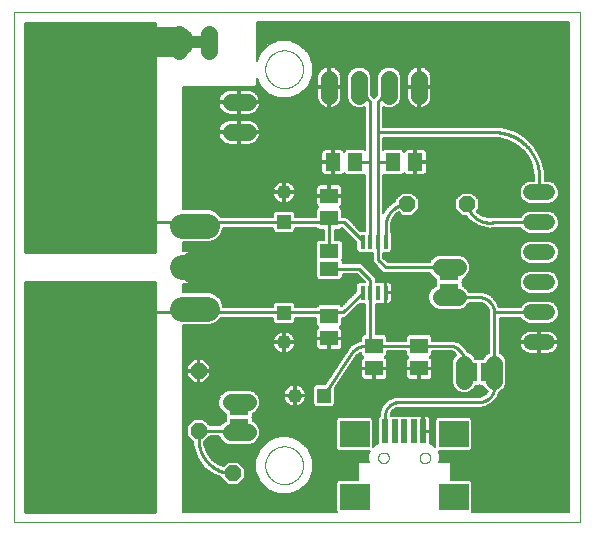
<source format=gtl>
G75*
%MOIN*%
%OFA0B0*%
%FSLAX25Y25*%
%IPPOS*%
%LPD*%
%AMOC8*
5,1,8,0,0,1.08239X$1,22.5*
%
%ADD10C,0.00000*%
%ADD11R,0.05906X0.05118*%
%ADD12R,0.05118X0.05906*%
%ADD13C,0.05600*%
%ADD14R,0.01575X0.04724*%
%ADD15OC8,0.05200*%
%ADD16C,0.35433*%
%ADD17R,0.34449X0.20472*%
%ADD18R,0.09843X0.08661*%
%ADD19R,0.01969X0.07874*%
%ADD20C,0.08400*%
%ADD21R,0.06300X0.04600*%
%ADD22C,0.05200*%
%ADD23R,0.04600X0.06300*%
%ADD24R,0.04800X0.04800*%
%ADD25C,0.04800*%
%ADD26C,0.01000*%
%ADD27C,0.03569*%
%ADD28C,0.00600*%
%ADD29C,0.04000*%
%ADD30C,0.10000*%
%ADD31C,0.11000*%
%ADD32C,0.25591*%
D10*
X0001937Y0004732D02*
X0001937Y0174692D01*
X0190638Y0174692D01*
X0190638Y0004732D01*
X0001937Y0004732D01*
X0085638Y0023732D02*
X0085640Y0023890D01*
X0085646Y0024048D01*
X0085656Y0024206D01*
X0085670Y0024364D01*
X0085688Y0024521D01*
X0085709Y0024678D01*
X0085735Y0024834D01*
X0085765Y0024990D01*
X0085798Y0025145D01*
X0085836Y0025298D01*
X0085877Y0025451D01*
X0085922Y0025603D01*
X0085971Y0025754D01*
X0086024Y0025903D01*
X0086080Y0026051D01*
X0086140Y0026197D01*
X0086204Y0026342D01*
X0086272Y0026485D01*
X0086343Y0026627D01*
X0086417Y0026767D01*
X0086495Y0026904D01*
X0086577Y0027040D01*
X0086661Y0027174D01*
X0086750Y0027305D01*
X0086841Y0027434D01*
X0086936Y0027561D01*
X0087033Y0027686D01*
X0087134Y0027808D01*
X0087238Y0027927D01*
X0087345Y0028044D01*
X0087455Y0028158D01*
X0087568Y0028269D01*
X0087683Y0028378D01*
X0087801Y0028483D01*
X0087922Y0028585D01*
X0088045Y0028685D01*
X0088171Y0028781D01*
X0088299Y0028874D01*
X0088429Y0028964D01*
X0088562Y0029050D01*
X0088697Y0029134D01*
X0088833Y0029213D01*
X0088972Y0029290D01*
X0089113Y0029362D01*
X0089255Y0029432D01*
X0089399Y0029497D01*
X0089545Y0029559D01*
X0089692Y0029617D01*
X0089841Y0029672D01*
X0089991Y0029723D01*
X0090142Y0029770D01*
X0090294Y0029813D01*
X0090447Y0029852D01*
X0090602Y0029888D01*
X0090757Y0029919D01*
X0090913Y0029947D01*
X0091069Y0029971D01*
X0091226Y0029991D01*
X0091384Y0030007D01*
X0091541Y0030019D01*
X0091700Y0030027D01*
X0091858Y0030031D01*
X0092016Y0030031D01*
X0092174Y0030027D01*
X0092333Y0030019D01*
X0092490Y0030007D01*
X0092648Y0029991D01*
X0092805Y0029971D01*
X0092961Y0029947D01*
X0093117Y0029919D01*
X0093272Y0029888D01*
X0093427Y0029852D01*
X0093580Y0029813D01*
X0093732Y0029770D01*
X0093883Y0029723D01*
X0094033Y0029672D01*
X0094182Y0029617D01*
X0094329Y0029559D01*
X0094475Y0029497D01*
X0094619Y0029432D01*
X0094761Y0029362D01*
X0094902Y0029290D01*
X0095041Y0029213D01*
X0095177Y0029134D01*
X0095312Y0029050D01*
X0095445Y0028964D01*
X0095575Y0028874D01*
X0095703Y0028781D01*
X0095829Y0028685D01*
X0095952Y0028585D01*
X0096073Y0028483D01*
X0096191Y0028378D01*
X0096306Y0028269D01*
X0096419Y0028158D01*
X0096529Y0028044D01*
X0096636Y0027927D01*
X0096740Y0027808D01*
X0096841Y0027686D01*
X0096938Y0027561D01*
X0097033Y0027434D01*
X0097124Y0027305D01*
X0097213Y0027174D01*
X0097297Y0027040D01*
X0097379Y0026904D01*
X0097457Y0026767D01*
X0097531Y0026627D01*
X0097602Y0026485D01*
X0097670Y0026342D01*
X0097734Y0026197D01*
X0097794Y0026051D01*
X0097850Y0025903D01*
X0097903Y0025754D01*
X0097952Y0025603D01*
X0097997Y0025451D01*
X0098038Y0025298D01*
X0098076Y0025145D01*
X0098109Y0024990D01*
X0098139Y0024834D01*
X0098165Y0024678D01*
X0098186Y0024521D01*
X0098204Y0024364D01*
X0098218Y0024206D01*
X0098228Y0024048D01*
X0098234Y0023890D01*
X0098236Y0023732D01*
X0098234Y0023574D01*
X0098228Y0023416D01*
X0098218Y0023258D01*
X0098204Y0023100D01*
X0098186Y0022943D01*
X0098165Y0022786D01*
X0098139Y0022630D01*
X0098109Y0022474D01*
X0098076Y0022319D01*
X0098038Y0022166D01*
X0097997Y0022013D01*
X0097952Y0021861D01*
X0097903Y0021710D01*
X0097850Y0021561D01*
X0097794Y0021413D01*
X0097734Y0021267D01*
X0097670Y0021122D01*
X0097602Y0020979D01*
X0097531Y0020837D01*
X0097457Y0020697D01*
X0097379Y0020560D01*
X0097297Y0020424D01*
X0097213Y0020290D01*
X0097124Y0020159D01*
X0097033Y0020030D01*
X0096938Y0019903D01*
X0096841Y0019778D01*
X0096740Y0019656D01*
X0096636Y0019537D01*
X0096529Y0019420D01*
X0096419Y0019306D01*
X0096306Y0019195D01*
X0096191Y0019086D01*
X0096073Y0018981D01*
X0095952Y0018879D01*
X0095829Y0018779D01*
X0095703Y0018683D01*
X0095575Y0018590D01*
X0095445Y0018500D01*
X0095312Y0018414D01*
X0095177Y0018330D01*
X0095041Y0018251D01*
X0094902Y0018174D01*
X0094761Y0018102D01*
X0094619Y0018032D01*
X0094475Y0017967D01*
X0094329Y0017905D01*
X0094182Y0017847D01*
X0094033Y0017792D01*
X0093883Y0017741D01*
X0093732Y0017694D01*
X0093580Y0017651D01*
X0093427Y0017612D01*
X0093272Y0017576D01*
X0093117Y0017545D01*
X0092961Y0017517D01*
X0092805Y0017493D01*
X0092648Y0017473D01*
X0092490Y0017457D01*
X0092333Y0017445D01*
X0092174Y0017437D01*
X0092016Y0017433D01*
X0091858Y0017433D01*
X0091700Y0017437D01*
X0091541Y0017445D01*
X0091384Y0017457D01*
X0091226Y0017473D01*
X0091069Y0017493D01*
X0090913Y0017517D01*
X0090757Y0017545D01*
X0090602Y0017576D01*
X0090447Y0017612D01*
X0090294Y0017651D01*
X0090142Y0017694D01*
X0089991Y0017741D01*
X0089841Y0017792D01*
X0089692Y0017847D01*
X0089545Y0017905D01*
X0089399Y0017967D01*
X0089255Y0018032D01*
X0089113Y0018102D01*
X0088972Y0018174D01*
X0088833Y0018251D01*
X0088697Y0018330D01*
X0088562Y0018414D01*
X0088429Y0018500D01*
X0088299Y0018590D01*
X0088171Y0018683D01*
X0088045Y0018779D01*
X0087922Y0018879D01*
X0087801Y0018981D01*
X0087683Y0019086D01*
X0087568Y0019195D01*
X0087455Y0019306D01*
X0087345Y0019420D01*
X0087238Y0019537D01*
X0087134Y0019656D01*
X0087033Y0019778D01*
X0086936Y0019903D01*
X0086841Y0020030D01*
X0086750Y0020159D01*
X0086661Y0020290D01*
X0086577Y0020424D01*
X0086495Y0020560D01*
X0086417Y0020697D01*
X0086343Y0020837D01*
X0086272Y0020979D01*
X0086204Y0021122D01*
X0086140Y0021267D01*
X0086080Y0021413D01*
X0086024Y0021561D01*
X0085971Y0021710D01*
X0085922Y0021861D01*
X0085877Y0022013D01*
X0085836Y0022166D01*
X0085798Y0022319D01*
X0085765Y0022474D01*
X0085735Y0022630D01*
X0085709Y0022786D01*
X0085688Y0022943D01*
X0085670Y0023100D01*
X0085656Y0023258D01*
X0085646Y0023416D01*
X0085640Y0023574D01*
X0085638Y0023732D01*
X0123280Y0026204D02*
X0123282Y0026288D01*
X0123288Y0026371D01*
X0123298Y0026454D01*
X0123312Y0026537D01*
X0123329Y0026619D01*
X0123351Y0026700D01*
X0123376Y0026779D01*
X0123405Y0026858D01*
X0123438Y0026935D01*
X0123474Y0027010D01*
X0123514Y0027084D01*
X0123557Y0027156D01*
X0123604Y0027225D01*
X0123654Y0027292D01*
X0123707Y0027357D01*
X0123763Y0027419D01*
X0123821Y0027479D01*
X0123883Y0027536D01*
X0123947Y0027589D01*
X0124014Y0027640D01*
X0124083Y0027687D01*
X0124154Y0027732D01*
X0124227Y0027772D01*
X0124302Y0027809D01*
X0124379Y0027843D01*
X0124457Y0027873D01*
X0124536Y0027899D01*
X0124617Y0027922D01*
X0124699Y0027940D01*
X0124781Y0027955D01*
X0124864Y0027966D01*
X0124947Y0027973D01*
X0125031Y0027976D01*
X0125115Y0027975D01*
X0125198Y0027970D01*
X0125282Y0027961D01*
X0125364Y0027948D01*
X0125446Y0027932D01*
X0125527Y0027911D01*
X0125608Y0027887D01*
X0125686Y0027859D01*
X0125764Y0027827D01*
X0125840Y0027791D01*
X0125914Y0027752D01*
X0125986Y0027710D01*
X0126056Y0027664D01*
X0126124Y0027615D01*
X0126189Y0027563D01*
X0126252Y0027508D01*
X0126312Y0027450D01*
X0126370Y0027389D01*
X0126424Y0027325D01*
X0126476Y0027259D01*
X0126524Y0027191D01*
X0126569Y0027120D01*
X0126610Y0027047D01*
X0126649Y0026973D01*
X0126683Y0026897D01*
X0126714Y0026819D01*
X0126741Y0026740D01*
X0126765Y0026659D01*
X0126784Y0026578D01*
X0126800Y0026496D01*
X0126812Y0026413D01*
X0126820Y0026329D01*
X0126824Y0026246D01*
X0126824Y0026162D01*
X0126820Y0026079D01*
X0126812Y0025995D01*
X0126800Y0025912D01*
X0126784Y0025830D01*
X0126765Y0025749D01*
X0126741Y0025668D01*
X0126714Y0025589D01*
X0126683Y0025511D01*
X0126649Y0025435D01*
X0126610Y0025361D01*
X0126569Y0025288D01*
X0126524Y0025217D01*
X0126476Y0025149D01*
X0126424Y0025083D01*
X0126370Y0025019D01*
X0126312Y0024958D01*
X0126252Y0024900D01*
X0126189Y0024845D01*
X0126124Y0024793D01*
X0126056Y0024744D01*
X0125986Y0024698D01*
X0125914Y0024656D01*
X0125840Y0024617D01*
X0125764Y0024581D01*
X0125686Y0024549D01*
X0125608Y0024521D01*
X0125527Y0024497D01*
X0125446Y0024476D01*
X0125364Y0024460D01*
X0125282Y0024447D01*
X0125198Y0024438D01*
X0125115Y0024433D01*
X0125031Y0024432D01*
X0124947Y0024435D01*
X0124864Y0024442D01*
X0124781Y0024453D01*
X0124699Y0024468D01*
X0124617Y0024486D01*
X0124536Y0024509D01*
X0124457Y0024535D01*
X0124379Y0024565D01*
X0124302Y0024599D01*
X0124227Y0024636D01*
X0124154Y0024676D01*
X0124083Y0024721D01*
X0124014Y0024768D01*
X0123947Y0024819D01*
X0123883Y0024872D01*
X0123821Y0024929D01*
X0123763Y0024989D01*
X0123707Y0025051D01*
X0123654Y0025116D01*
X0123604Y0025183D01*
X0123557Y0025252D01*
X0123514Y0025324D01*
X0123474Y0025398D01*
X0123438Y0025473D01*
X0123405Y0025550D01*
X0123376Y0025629D01*
X0123351Y0025708D01*
X0123329Y0025789D01*
X0123312Y0025871D01*
X0123298Y0025954D01*
X0123288Y0026037D01*
X0123282Y0026120D01*
X0123280Y0026204D01*
X0137060Y0026204D02*
X0137062Y0026288D01*
X0137068Y0026371D01*
X0137078Y0026454D01*
X0137092Y0026537D01*
X0137109Y0026619D01*
X0137131Y0026700D01*
X0137156Y0026779D01*
X0137185Y0026858D01*
X0137218Y0026935D01*
X0137254Y0027010D01*
X0137294Y0027084D01*
X0137337Y0027156D01*
X0137384Y0027225D01*
X0137434Y0027292D01*
X0137487Y0027357D01*
X0137543Y0027419D01*
X0137601Y0027479D01*
X0137663Y0027536D01*
X0137727Y0027589D01*
X0137794Y0027640D01*
X0137863Y0027687D01*
X0137934Y0027732D01*
X0138007Y0027772D01*
X0138082Y0027809D01*
X0138159Y0027843D01*
X0138237Y0027873D01*
X0138316Y0027899D01*
X0138397Y0027922D01*
X0138479Y0027940D01*
X0138561Y0027955D01*
X0138644Y0027966D01*
X0138727Y0027973D01*
X0138811Y0027976D01*
X0138895Y0027975D01*
X0138978Y0027970D01*
X0139062Y0027961D01*
X0139144Y0027948D01*
X0139226Y0027932D01*
X0139307Y0027911D01*
X0139388Y0027887D01*
X0139466Y0027859D01*
X0139544Y0027827D01*
X0139620Y0027791D01*
X0139694Y0027752D01*
X0139766Y0027710D01*
X0139836Y0027664D01*
X0139904Y0027615D01*
X0139969Y0027563D01*
X0140032Y0027508D01*
X0140092Y0027450D01*
X0140150Y0027389D01*
X0140204Y0027325D01*
X0140256Y0027259D01*
X0140304Y0027191D01*
X0140349Y0027120D01*
X0140390Y0027047D01*
X0140429Y0026973D01*
X0140463Y0026897D01*
X0140494Y0026819D01*
X0140521Y0026740D01*
X0140545Y0026659D01*
X0140564Y0026578D01*
X0140580Y0026496D01*
X0140592Y0026413D01*
X0140600Y0026329D01*
X0140604Y0026246D01*
X0140604Y0026162D01*
X0140600Y0026079D01*
X0140592Y0025995D01*
X0140580Y0025912D01*
X0140564Y0025830D01*
X0140545Y0025749D01*
X0140521Y0025668D01*
X0140494Y0025589D01*
X0140463Y0025511D01*
X0140429Y0025435D01*
X0140390Y0025361D01*
X0140349Y0025288D01*
X0140304Y0025217D01*
X0140256Y0025149D01*
X0140204Y0025083D01*
X0140150Y0025019D01*
X0140092Y0024958D01*
X0140032Y0024900D01*
X0139969Y0024845D01*
X0139904Y0024793D01*
X0139836Y0024744D01*
X0139766Y0024698D01*
X0139694Y0024656D01*
X0139620Y0024617D01*
X0139544Y0024581D01*
X0139466Y0024549D01*
X0139388Y0024521D01*
X0139307Y0024497D01*
X0139226Y0024476D01*
X0139144Y0024460D01*
X0139062Y0024447D01*
X0138978Y0024438D01*
X0138895Y0024433D01*
X0138811Y0024432D01*
X0138727Y0024435D01*
X0138644Y0024442D01*
X0138561Y0024453D01*
X0138479Y0024468D01*
X0138397Y0024486D01*
X0138316Y0024509D01*
X0138237Y0024535D01*
X0138159Y0024565D01*
X0138082Y0024599D01*
X0138007Y0024636D01*
X0137934Y0024676D01*
X0137863Y0024721D01*
X0137794Y0024768D01*
X0137727Y0024819D01*
X0137663Y0024872D01*
X0137601Y0024929D01*
X0137543Y0024989D01*
X0137487Y0025051D01*
X0137434Y0025116D01*
X0137384Y0025183D01*
X0137337Y0025252D01*
X0137294Y0025324D01*
X0137254Y0025398D01*
X0137218Y0025473D01*
X0137185Y0025550D01*
X0137156Y0025629D01*
X0137131Y0025708D01*
X0137109Y0025789D01*
X0137092Y0025871D01*
X0137078Y0025954D01*
X0137068Y0026037D01*
X0137062Y0026120D01*
X0137060Y0026204D01*
X0085638Y0155732D02*
X0085640Y0155890D01*
X0085646Y0156048D01*
X0085656Y0156206D01*
X0085670Y0156364D01*
X0085688Y0156521D01*
X0085709Y0156678D01*
X0085735Y0156834D01*
X0085765Y0156990D01*
X0085798Y0157145D01*
X0085836Y0157298D01*
X0085877Y0157451D01*
X0085922Y0157603D01*
X0085971Y0157754D01*
X0086024Y0157903D01*
X0086080Y0158051D01*
X0086140Y0158197D01*
X0086204Y0158342D01*
X0086272Y0158485D01*
X0086343Y0158627D01*
X0086417Y0158767D01*
X0086495Y0158904D01*
X0086577Y0159040D01*
X0086661Y0159174D01*
X0086750Y0159305D01*
X0086841Y0159434D01*
X0086936Y0159561D01*
X0087033Y0159686D01*
X0087134Y0159808D01*
X0087238Y0159927D01*
X0087345Y0160044D01*
X0087455Y0160158D01*
X0087568Y0160269D01*
X0087683Y0160378D01*
X0087801Y0160483D01*
X0087922Y0160585D01*
X0088045Y0160685D01*
X0088171Y0160781D01*
X0088299Y0160874D01*
X0088429Y0160964D01*
X0088562Y0161050D01*
X0088697Y0161134D01*
X0088833Y0161213D01*
X0088972Y0161290D01*
X0089113Y0161362D01*
X0089255Y0161432D01*
X0089399Y0161497D01*
X0089545Y0161559D01*
X0089692Y0161617D01*
X0089841Y0161672D01*
X0089991Y0161723D01*
X0090142Y0161770D01*
X0090294Y0161813D01*
X0090447Y0161852D01*
X0090602Y0161888D01*
X0090757Y0161919D01*
X0090913Y0161947D01*
X0091069Y0161971D01*
X0091226Y0161991D01*
X0091384Y0162007D01*
X0091541Y0162019D01*
X0091700Y0162027D01*
X0091858Y0162031D01*
X0092016Y0162031D01*
X0092174Y0162027D01*
X0092333Y0162019D01*
X0092490Y0162007D01*
X0092648Y0161991D01*
X0092805Y0161971D01*
X0092961Y0161947D01*
X0093117Y0161919D01*
X0093272Y0161888D01*
X0093427Y0161852D01*
X0093580Y0161813D01*
X0093732Y0161770D01*
X0093883Y0161723D01*
X0094033Y0161672D01*
X0094182Y0161617D01*
X0094329Y0161559D01*
X0094475Y0161497D01*
X0094619Y0161432D01*
X0094761Y0161362D01*
X0094902Y0161290D01*
X0095041Y0161213D01*
X0095177Y0161134D01*
X0095312Y0161050D01*
X0095445Y0160964D01*
X0095575Y0160874D01*
X0095703Y0160781D01*
X0095829Y0160685D01*
X0095952Y0160585D01*
X0096073Y0160483D01*
X0096191Y0160378D01*
X0096306Y0160269D01*
X0096419Y0160158D01*
X0096529Y0160044D01*
X0096636Y0159927D01*
X0096740Y0159808D01*
X0096841Y0159686D01*
X0096938Y0159561D01*
X0097033Y0159434D01*
X0097124Y0159305D01*
X0097213Y0159174D01*
X0097297Y0159040D01*
X0097379Y0158904D01*
X0097457Y0158767D01*
X0097531Y0158627D01*
X0097602Y0158485D01*
X0097670Y0158342D01*
X0097734Y0158197D01*
X0097794Y0158051D01*
X0097850Y0157903D01*
X0097903Y0157754D01*
X0097952Y0157603D01*
X0097997Y0157451D01*
X0098038Y0157298D01*
X0098076Y0157145D01*
X0098109Y0156990D01*
X0098139Y0156834D01*
X0098165Y0156678D01*
X0098186Y0156521D01*
X0098204Y0156364D01*
X0098218Y0156206D01*
X0098228Y0156048D01*
X0098234Y0155890D01*
X0098236Y0155732D01*
X0098234Y0155574D01*
X0098228Y0155416D01*
X0098218Y0155258D01*
X0098204Y0155100D01*
X0098186Y0154943D01*
X0098165Y0154786D01*
X0098139Y0154630D01*
X0098109Y0154474D01*
X0098076Y0154319D01*
X0098038Y0154166D01*
X0097997Y0154013D01*
X0097952Y0153861D01*
X0097903Y0153710D01*
X0097850Y0153561D01*
X0097794Y0153413D01*
X0097734Y0153267D01*
X0097670Y0153122D01*
X0097602Y0152979D01*
X0097531Y0152837D01*
X0097457Y0152697D01*
X0097379Y0152560D01*
X0097297Y0152424D01*
X0097213Y0152290D01*
X0097124Y0152159D01*
X0097033Y0152030D01*
X0096938Y0151903D01*
X0096841Y0151778D01*
X0096740Y0151656D01*
X0096636Y0151537D01*
X0096529Y0151420D01*
X0096419Y0151306D01*
X0096306Y0151195D01*
X0096191Y0151086D01*
X0096073Y0150981D01*
X0095952Y0150879D01*
X0095829Y0150779D01*
X0095703Y0150683D01*
X0095575Y0150590D01*
X0095445Y0150500D01*
X0095312Y0150414D01*
X0095177Y0150330D01*
X0095041Y0150251D01*
X0094902Y0150174D01*
X0094761Y0150102D01*
X0094619Y0150032D01*
X0094475Y0149967D01*
X0094329Y0149905D01*
X0094182Y0149847D01*
X0094033Y0149792D01*
X0093883Y0149741D01*
X0093732Y0149694D01*
X0093580Y0149651D01*
X0093427Y0149612D01*
X0093272Y0149576D01*
X0093117Y0149545D01*
X0092961Y0149517D01*
X0092805Y0149493D01*
X0092648Y0149473D01*
X0092490Y0149457D01*
X0092333Y0149445D01*
X0092174Y0149437D01*
X0092016Y0149433D01*
X0091858Y0149433D01*
X0091700Y0149437D01*
X0091541Y0149445D01*
X0091384Y0149457D01*
X0091226Y0149473D01*
X0091069Y0149493D01*
X0090913Y0149517D01*
X0090757Y0149545D01*
X0090602Y0149576D01*
X0090447Y0149612D01*
X0090294Y0149651D01*
X0090142Y0149694D01*
X0089991Y0149741D01*
X0089841Y0149792D01*
X0089692Y0149847D01*
X0089545Y0149905D01*
X0089399Y0149967D01*
X0089255Y0150032D01*
X0089113Y0150102D01*
X0088972Y0150174D01*
X0088833Y0150251D01*
X0088697Y0150330D01*
X0088562Y0150414D01*
X0088429Y0150500D01*
X0088299Y0150590D01*
X0088171Y0150683D01*
X0088045Y0150779D01*
X0087922Y0150879D01*
X0087801Y0150981D01*
X0087683Y0151086D01*
X0087568Y0151195D01*
X0087455Y0151306D01*
X0087345Y0151420D01*
X0087238Y0151537D01*
X0087134Y0151656D01*
X0087033Y0151778D01*
X0086936Y0151903D01*
X0086841Y0152030D01*
X0086750Y0152159D01*
X0086661Y0152290D01*
X0086577Y0152424D01*
X0086495Y0152560D01*
X0086417Y0152697D01*
X0086343Y0152837D01*
X0086272Y0152979D01*
X0086204Y0153122D01*
X0086140Y0153267D01*
X0086080Y0153413D01*
X0086024Y0153561D01*
X0085971Y0153710D01*
X0085922Y0153861D01*
X0085877Y0154013D01*
X0085836Y0154166D01*
X0085798Y0154319D01*
X0085765Y0154474D01*
X0085735Y0154630D01*
X0085709Y0154786D01*
X0085688Y0154943D01*
X0085670Y0155100D01*
X0085656Y0155258D01*
X0085646Y0155416D01*
X0085640Y0155574D01*
X0085638Y0155732D01*
D11*
X0106937Y0113472D03*
X0106937Y0105992D03*
X0106937Y0073472D03*
X0106937Y0065992D03*
X0121937Y0063472D03*
X0121937Y0055992D03*
X0136937Y0055992D03*
X0136937Y0063472D03*
D12*
X0135677Y0124732D03*
X0128197Y0124732D03*
X0115677Y0124732D03*
X0108197Y0124732D03*
D13*
X0106937Y0146932D02*
X0106937Y0152532D01*
X0116937Y0152532D02*
X0116937Y0146932D01*
X0126937Y0146932D02*
X0126937Y0152532D01*
X0136937Y0152532D02*
X0136937Y0146932D01*
X0079737Y0144732D02*
X0074137Y0144732D01*
X0074137Y0134732D02*
X0079737Y0134732D01*
X0066937Y0161932D02*
X0066937Y0167532D01*
X0056937Y0167532D02*
X0056937Y0161932D01*
X0144137Y0089732D02*
X0149737Y0089732D01*
X0149737Y0079732D02*
X0144137Y0079732D01*
X0151937Y0057532D02*
X0151937Y0051932D01*
X0161937Y0051932D02*
X0161937Y0057532D01*
X0079737Y0044732D02*
X0074137Y0044732D01*
X0074137Y0034732D02*
X0079737Y0034732D01*
D14*
X0118098Y0081241D03*
X0120657Y0081241D03*
X0123217Y0081241D03*
X0125776Y0081241D03*
X0125776Y0098223D03*
X0123217Y0098223D03*
X0120657Y0098223D03*
X0118098Y0098223D03*
D15*
X0132937Y0110732D03*
X0152937Y0110732D03*
X0063413Y0055211D03*
X0063413Y0035211D03*
X0074834Y0021013D03*
X0044834Y0021013D03*
D16*
X0026937Y0037232D03*
X0026937Y0142232D03*
D17*
X0026937Y0110992D03*
X0026937Y0068472D03*
D18*
X0115406Y0034078D03*
X0115406Y0013211D03*
X0148477Y0013211D03*
X0148477Y0034078D03*
D19*
X0138241Y0035062D03*
X0135092Y0035062D03*
X0131942Y0035062D03*
X0128792Y0035062D03*
X0125643Y0035062D03*
D20*
X0066137Y0075952D02*
X0057737Y0075952D01*
X0057737Y0089732D02*
X0066137Y0089732D01*
X0066137Y0103511D02*
X0057737Y0103511D01*
D21*
X0106937Y0095232D03*
X0106937Y0089232D03*
X0146937Y0087732D03*
X0146937Y0081732D03*
X0076937Y0042732D03*
X0076937Y0036732D03*
D22*
X0174337Y0064732D02*
X0179537Y0064732D01*
X0179537Y0074732D02*
X0174337Y0074732D01*
X0174337Y0084732D02*
X0179537Y0084732D01*
X0179537Y0094732D02*
X0174337Y0094732D01*
X0174337Y0104732D02*
X0179537Y0104732D01*
X0179537Y0114732D02*
X0174337Y0114732D01*
D23*
X0159937Y0054732D03*
X0153937Y0054732D03*
D24*
X0105239Y0046952D03*
X0091937Y0074532D03*
X0091937Y0104932D03*
D25*
X0091937Y0114732D03*
X0091937Y0064732D03*
X0095439Y0046952D03*
D26*
X0105239Y0046952D02*
X0105362Y0047211D01*
X0114937Y0061732D01*
X0115049Y0061841D01*
X0115163Y0061946D01*
X0115279Y0062050D01*
X0115398Y0062150D01*
X0115520Y0062247D01*
X0115644Y0062341D01*
X0115770Y0062432D01*
X0115898Y0062521D01*
X0116028Y0062605D01*
X0116161Y0062687D01*
X0116295Y0062766D01*
X0116432Y0062841D01*
X0116570Y0062912D01*
X0116709Y0062981D01*
X0116851Y0063046D01*
X0116994Y0063107D01*
X0117138Y0063165D01*
X0117284Y0063219D01*
X0117431Y0063270D01*
X0117580Y0063317D01*
X0117729Y0063361D01*
X0117880Y0063400D01*
X0118031Y0063436D01*
X0118183Y0063469D01*
X0118336Y0063497D01*
X0118490Y0063522D01*
X0118644Y0063543D01*
X0118799Y0063561D01*
X0118954Y0063574D01*
X0119109Y0063584D01*
X0119264Y0063590D01*
X0119420Y0063592D01*
X0119576Y0063590D01*
X0119731Y0063585D01*
X0119887Y0063575D01*
X0120042Y0063562D01*
X0120196Y0063545D01*
X0120351Y0063525D01*
X0120504Y0063500D01*
X0120657Y0063472D01*
X0120657Y0081241D01*
X0120657Y0085511D01*
X0116937Y0089232D01*
X0106937Y0089232D01*
X0106937Y0095232D02*
X0106937Y0104732D01*
X0091937Y0104732D01*
X0091937Y0104932D01*
X0091937Y0104732D02*
X0066937Y0104732D01*
X0061937Y0103511D01*
X0061937Y0104732D01*
X0033197Y0104732D01*
X0026937Y0110992D01*
X0005437Y0110567D02*
X0048937Y0110567D01*
X0048937Y0111565D02*
X0005437Y0111565D01*
X0005437Y0112564D02*
X0048937Y0112564D01*
X0048937Y0113562D02*
X0005437Y0113562D01*
X0005437Y0114561D02*
X0048937Y0114561D01*
X0048937Y0115559D02*
X0005437Y0115559D01*
X0005437Y0116558D02*
X0048937Y0116558D01*
X0048937Y0117556D02*
X0005437Y0117556D01*
X0005437Y0118555D02*
X0048937Y0118555D01*
X0048937Y0119553D02*
X0005437Y0119553D01*
X0005437Y0120552D02*
X0048937Y0120552D01*
X0048937Y0121550D02*
X0005437Y0121550D01*
X0005437Y0122549D02*
X0048937Y0122549D01*
X0048937Y0123547D02*
X0005437Y0123547D01*
X0005437Y0124546D02*
X0048937Y0124546D01*
X0048937Y0125544D02*
X0005437Y0125544D01*
X0005437Y0126543D02*
X0048937Y0126543D01*
X0048937Y0127541D02*
X0005437Y0127541D01*
X0005437Y0128540D02*
X0048937Y0128540D01*
X0048937Y0129538D02*
X0005437Y0129538D01*
X0005437Y0130537D02*
X0048937Y0130537D01*
X0048937Y0131535D02*
X0005437Y0131535D01*
X0005437Y0132534D02*
X0048937Y0132534D01*
X0048937Y0133532D02*
X0005437Y0133532D01*
X0005437Y0134531D02*
X0048937Y0134531D01*
X0048937Y0135529D02*
X0005437Y0135529D01*
X0005437Y0136528D02*
X0048937Y0136528D01*
X0048937Y0137526D02*
X0005437Y0137526D01*
X0005437Y0138525D02*
X0048937Y0138525D01*
X0048937Y0139523D02*
X0005437Y0139523D01*
X0005437Y0140522D02*
X0048937Y0140522D01*
X0048937Y0141520D02*
X0005437Y0141520D01*
X0005437Y0142519D02*
X0048937Y0142519D01*
X0048937Y0143517D02*
X0005437Y0143517D01*
X0005437Y0144516D02*
X0048937Y0144516D01*
X0048937Y0145514D02*
X0005437Y0145514D01*
X0005437Y0146513D02*
X0048937Y0146513D01*
X0048937Y0147512D02*
X0005437Y0147512D01*
X0005437Y0148510D02*
X0048937Y0148510D01*
X0048937Y0149509D02*
X0005437Y0149509D01*
X0005437Y0150507D02*
X0048937Y0150507D01*
X0048937Y0151506D02*
X0005437Y0151506D01*
X0005437Y0152504D02*
X0048937Y0152504D01*
X0048937Y0153503D02*
X0005437Y0153503D01*
X0005437Y0154501D02*
X0048937Y0154501D01*
X0048937Y0155500D02*
X0005437Y0155500D01*
X0005437Y0156498D02*
X0048937Y0156498D01*
X0048937Y0157497D02*
X0005437Y0157497D01*
X0005437Y0158495D02*
X0048937Y0158495D01*
X0048937Y0159494D02*
X0005437Y0159494D01*
X0005437Y0160492D02*
X0048937Y0160492D01*
X0048937Y0161491D02*
X0005437Y0161491D01*
X0005437Y0162489D02*
X0048937Y0162489D01*
X0048937Y0163488D02*
X0005437Y0163488D01*
X0005437Y0164486D02*
X0048937Y0164486D01*
X0048937Y0165485D02*
X0005437Y0165485D01*
X0005437Y0166483D02*
X0048937Y0166483D01*
X0048937Y0167482D02*
X0005437Y0167482D01*
X0005437Y0168480D02*
X0048937Y0168480D01*
X0048937Y0169479D02*
X0005437Y0169479D01*
X0005437Y0170477D02*
X0048937Y0170477D01*
X0048937Y0171192D02*
X0048937Y0094732D01*
X0005437Y0094732D01*
X0005437Y0171192D01*
X0048937Y0171192D01*
X0116937Y0149732D02*
X0120657Y0144732D01*
X0120657Y0124732D01*
X0115677Y0124732D01*
X0120657Y0124732D02*
X0120657Y0098223D01*
X0118098Y0098223D02*
X0118098Y0098570D01*
X0111937Y0104732D01*
X0106937Y0104732D01*
X0106937Y0105992D01*
X0123217Y0098223D02*
X0123217Y0092232D01*
X0125717Y0089732D01*
X0146937Y0089732D01*
X0146937Y0087732D01*
X0146937Y0081732D02*
X0146937Y0079732D01*
X0156937Y0079732D01*
X0157077Y0079730D01*
X0157217Y0079724D01*
X0157357Y0079714D01*
X0157497Y0079701D01*
X0157636Y0079683D01*
X0157775Y0079661D01*
X0157912Y0079636D01*
X0158050Y0079607D01*
X0158186Y0079574D01*
X0158321Y0079537D01*
X0158455Y0079496D01*
X0158588Y0079451D01*
X0158720Y0079403D01*
X0158850Y0079351D01*
X0158979Y0079296D01*
X0159106Y0079237D01*
X0159232Y0079174D01*
X0159356Y0079108D01*
X0159477Y0079039D01*
X0159597Y0078966D01*
X0159715Y0078889D01*
X0159830Y0078810D01*
X0159944Y0078727D01*
X0160054Y0078641D01*
X0160163Y0078552D01*
X0160269Y0078460D01*
X0160372Y0078365D01*
X0160473Y0078268D01*
X0160570Y0078167D01*
X0160665Y0078064D01*
X0160757Y0077958D01*
X0160846Y0077849D01*
X0160932Y0077739D01*
X0161015Y0077625D01*
X0161094Y0077510D01*
X0161171Y0077392D01*
X0161244Y0077272D01*
X0161313Y0077151D01*
X0161379Y0077027D01*
X0161442Y0076901D01*
X0161501Y0076774D01*
X0161556Y0076645D01*
X0161608Y0076515D01*
X0161656Y0076383D01*
X0161701Y0076250D01*
X0161742Y0076116D01*
X0161779Y0075981D01*
X0161812Y0075845D01*
X0161841Y0075707D01*
X0161866Y0075570D01*
X0161888Y0075431D01*
X0161906Y0075292D01*
X0161919Y0075152D01*
X0161929Y0075012D01*
X0161935Y0074872D01*
X0161937Y0074732D01*
X0161937Y0054732D01*
X0159937Y0054732D01*
X0161937Y0054732D02*
X0161937Y0050382D01*
X0161949Y0050243D01*
X0161957Y0050103D01*
X0161961Y0049963D01*
X0161962Y0049823D01*
X0161958Y0049683D01*
X0161951Y0049543D01*
X0161939Y0049404D01*
X0161924Y0049265D01*
X0161905Y0049126D01*
X0161883Y0048988D01*
X0161856Y0048850D01*
X0161826Y0048714D01*
X0161792Y0048578D01*
X0161754Y0048443D01*
X0161712Y0048310D01*
X0161667Y0048177D01*
X0161619Y0048046D01*
X0161566Y0047916D01*
X0161510Y0047788D01*
X0161451Y0047661D01*
X0161388Y0047536D01*
X0161321Y0047413D01*
X0161252Y0047292D01*
X0161179Y0047172D01*
X0161102Y0047055D01*
X0161023Y0046940D01*
X0160940Y0046827D01*
X0160855Y0046716D01*
X0160766Y0046608D01*
X0160674Y0046502D01*
X0160580Y0046399D01*
X0160482Y0046298D01*
X0160382Y0046201D01*
X0160279Y0046106D01*
X0160174Y0046013D01*
X0160066Y0045924D01*
X0159956Y0045838D01*
X0159843Y0045755D01*
X0159728Y0045675D01*
X0159611Y0045598D01*
X0159492Y0045524D01*
X0159371Y0045454D01*
X0159248Y0045387D01*
X0159124Y0045324D01*
X0158997Y0045264D01*
X0158869Y0045207D01*
X0158739Y0045154D01*
X0158608Y0045105D01*
X0158476Y0045059D01*
X0158343Y0045017D01*
X0158208Y0044979D01*
X0158073Y0044944D01*
X0157936Y0044913D01*
X0157799Y0044886D01*
X0157661Y0044863D01*
X0157522Y0044843D01*
X0157383Y0044828D01*
X0156937Y0044732D01*
X0129937Y0044732D01*
X0129807Y0044730D01*
X0129678Y0044724D01*
X0129548Y0044714D01*
X0129419Y0044701D01*
X0129291Y0044683D01*
X0129163Y0044662D01*
X0129036Y0044636D01*
X0128909Y0044607D01*
X0128784Y0044574D01*
X0128660Y0044538D01*
X0128536Y0044497D01*
X0128414Y0044453D01*
X0128294Y0044405D01*
X0128175Y0044354D01*
X0128057Y0044299D01*
X0127941Y0044240D01*
X0127828Y0044178D01*
X0127716Y0044113D01*
X0127606Y0044044D01*
X0127498Y0043972D01*
X0127392Y0043897D01*
X0127289Y0043818D01*
X0127188Y0043737D01*
X0127090Y0043652D01*
X0126994Y0043565D01*
X0126901Y0043474D01*
X0126810Y0043381D01*
X0126723Y0043285D01*
X0126638Y0043187D01*
X0126557Y0043086D01*
X0126478Y0042983D01*
X0126403Y0042877D01*
X0126331Y0042769D01*
X0126262Y0042659D01*
X0126197Y0042547D01*
X0126135Y0042434D01*
X0126076Y0042318D01*
X0126021Y0042200D01*
X0125970Y0042081D01*
X0125922Y0041961D01*
X0125878Y0041839D01*
X0125837Y0041715D01*
X0125801Y0041591D01*
X0125768Y0041466D01*
X0125739Y0041339D01*
X0125713Y0041212D01*
X0125692Y0041084D01*
X0125674Y0040956D01*
X0125661Y0040827D01*
X0125651Y0040697D01*
X0125645Y0040568D01*
X0125643Y0040438D01*
X0125643Y0035062D01*
X0151937Y0054732D02*
X0151995Y0054884D01*
X0152050Y0055037D01*
X0152102Y0055191D01*
X0152149Y0055346D01*
X0152193Y0055502D01*
X0152233Y0055660D01*
X0152269Y0055818D01*
X0152301Y0055978D01*
X0152329Y0056137D01*
X0152354Y0056298D01*
X0152374Y0056459D01*
X0152391Y0056621D01*
X0152404Y0056783D01*
X0152413Y0056945D01*
X0152418Y0057107D01*
X0152419Y0057270D01*
X0152416Y0057432D01*
X0152409Y0057594D01*
X0152399Y0057756D01*
X0152384Y0057918D01*
X0152365Y0058080D01*
X0152343Y0058241D01*
X0152317Y0058401D01*
X0152286Y0058560D01*
X0152252Y0058719D01*
X0152215Y0058877D01*
X0152173Y0059034D01*
X0152127Y0059190D01*
X0152078Y0059345D01*
X0152025Y0059499D01*
X0151969Y0059651D01*
X0151908Y0059802D01*
X0151845Y0059951D01*
X0151777Y0060099D01*
X0151706Y0060245D01*
X0151631Y0060389D01*
X0151553Y0060532D01*
X0151472Y0060672D01*
X0151387Y0060811D01*
X0151299Y0060947D01*
X0151208Y0061081D01*
X0151113Y0061214D01*
X0151015Y0061343D01*
X0150914Y0061471D01*
X0150810Y0061595D01*
X0150703Y0061718D01*
X0150594Y0061837D01*
X0150481Y0061954D01*
X0150365Y0062069D01*
X0150247Y0062180D01*
X0150126Y0062288D01*
X0150003Y0062394D01*
X0149877Y0062496D01*
X0149748Y0062596D01*
X0149618Y0062692D01*
X0149484Y0062785D01*
X0149349Y0062875D01*
X0149212Y0062962D01*
X0149072Y0063045D01*
X0148931Y0063125D01*
X0148787Y0063201D01*
X0148642Y0063274D01*
X0148495Y0063344D01*
X0148347Y0063410D01*
X0148197Y0063472D01*
X0136937Y0063472D01*
X0121937Y0063472D01*
X0120657Y0063472D01*
X0111589Y0074732D02*
X0106937Y0074732D01*
X0091937Y0074732D01*
X0091937Y0074532D01*
X0091937Y0074732D02*
X0068157Y0074732D01*
X0068045Y0074659D01*
X0067932Y0074590D01*
X0067817Y0074525D01*
X0067699Y0074462D01*
X0067580Y0074404D01*
X0067459Y0074348D01*
X0067337Y0074297D01*
X0067213Y0074249D01*
X0067088Y0074205D01*
X0066961Y0074164D01*
X0066834Y0074127D01*
X0066705Y0074094D01*
X0066575Y0074065D01*
X0066445Y0074040D01*
X0066314Y0074018D01*
X0066182Y0074001D01*
X0066050Y0073987D01*
X0065918Y0073978D01*
X0065785Y0073972D01*
X0065652Y0073970D01*
X0065519Y0073972D01*
X0065387Y0073978D01*
X0065254Y0073988D01*
X0065122Y0074002D01*
X0064990Y0074020D01*
X0064859Y0074042D01*
X0064729Y0074067D01*
X0064599Y0074097D01*
X0064471Y0074130D01*
X0064343Y0074167D01*
X0064217Y0074208D01*
X0064092Y0074252D01*
X0063968Y0074300D01*
X0063846Y0074352D01*
X0063725Y0074408D01*
X0063606Y0074467D01*
X0063489Y0074529D01*
X0063374Y0074595D01*
X0063260Y0074665D01*
X0063149Y0074737D01*
X0063040Y0074813D01*
X0062933Y0074892D01*
X0062829Y0074975D01*
X0062727Y0075060D01*
X0062628Y0075148D01*
X0062532Y0075240D01*
X0062438Y0075334D01*
X0062347Y0075430D01*
X0062259Y0075530D01*
X0062174Y0075632D01*
X0062091Y0075736D01*
X0062013Y0075843D01*
X0061937Y0075952D01*
X0061937Y0074732D01*
X0026937Y0074732D01*
X0005437Y0074620D02*
X0048937Y0074620D01*
X0048937Y0073622D02*
X0005437Y0073622D01*
X0005437Y0072623D02*
X0048937Y0072623D01*
X0048937Y0071625D02*
X0005437Y0071625D01*
X0005437Y0070626D02*
X0048937Y0070626D01*
X0048937Y0069628D02*
X0005437Y0069628D01*
X0005437Y0068629D02*
X0048937Y0068629D01*
X0048937Y0067631D02*
X0005437Y0067631D01*
X0005437Y0066632D02*
X0048937Y0066632D01*
X0048937Y0065634D02*
X0005437Y0065634D01*
X0005437Y0064635D02*
X0048937Y0064635D01*
X0048937Y0063637D02*
X0005437Y0063637D01*
X0005437Y0062638D02*
X0048937Y0062638D01*
X0048937Y0061640D02*
X0005437Y0061640D01*
X0005437Y0060641D02*
X0048937Y0060641D01*
X0048937Y0059643D02*
X0005437Y0059643D01*
X0005437Y0058644D02*
X0048937Y0058644D01*
X0048937Y0057645D02*
X0005437Y0057645D01*
X0005437Y0056647D02*
X0048937Y0056647D01*
X0048937Y0055648D02*
X0005437Y0055648D01*
X0005437Y0054650D02*
X0048937Y0054650D01*
X0048937Y0053651D02*
X0005437Y0053651D01*
X0005437Y0052653D02*
X0048937Y0052653D01*
X0048937Y0051654D02*
X0005437Y0051654D01*
X0005437Y0050656D02*
X0048937Y0050656D01*
X0048937Y0049657D02*
X0005437Y0049657D01*
X0005437Y0048659D02*
X0048937Y0048659D01*
X0048937Y0047660D02*
X0005437Y0047660D01*
X0005437Y0046662D02*
X0048937Y0046662D01*
X0048937Y0045663D02*
X0005437Y0045663D01*
X0005437Y0044665D02*
X0048937Y0044665D01*
X0048937Y0043666D02*
X0005437Y0043666D01*
X0005437Y0042668D02*
X0048937Y0042668D01*
X0048937Y0041669D02*
X0005437Y0041669D01*
X0005437Y0040671D02*
X0048937Y0040671D01*
X0048937Y0039672D02*
X0005437Y0039672D01*
X0005437Y0038674D02*
X0048937Y0038674D01*
X0048937Y0037675D02*
X0005437Y0037675D01*
X0005437Y0036677D02*
X0048937Y0036677D01*
X0048937Y0035678D02*
X0005437Y0035678D01*
X0005437Y0034680D02*
X0048937Y0034680D01*
X0048937Y0033681D02*
X0005437Y0033681D01*
X0005437Y0032683D02*
X0048937Y0032683D01*
X0048937Y0031684D02*
X0005437Y0031684D01*
X0005437Y0030686D02*
X0048937Y0030686D01*
X0048937Y0029687D02*
X0005437Y0029687D01*
X0005437Y0028689D02*
X0048937Y0028689D01*
X0048937Y0027690D02*
X0005437Y0027690D01*
X0005437Y0026692D02*
X0048937Y0026692D01*
X0048937Y0025693D02*
X0005437Y0025693D01*
X0005437Y0024695D02*
X0048937Y0024695D01*
X0048937Y0023696D02*
X0005437Y0023696D01*
X0005437Y0022698D02*
X0048937Y0022698D01*
X0048937Y0021699D02*
X0005437Y0021699D01*
X0005437Y0020701D02*
X0048937Y0020701D01*
X0048937Y0019702D02*
X0005437Y0019702D01*
X0005437Y0018704D02*
X0048937Y0018704D01*
X0048937Y0017705D02*
X0005437Y0017705D01*
X0005437Y0016707D02*
X0048937Y0016707D01*
X0048937Y0015708D02*
X0005437Y0015708D01*
X0005437Y0014710D02*
X0048937Y0014710D01*
X0048937Y0013711D02*
X0005437Y0013711D01*
X0005437Y0012712D02*
X0048937Y0012712D01*
X0048937Y0011714D02*
X0005437Y0011714D01*
X0005437Y0010715D02*
X0048937Y0010715D01*
X0048937Y0009717D02*
X0005437Y0009717D01*
X0005437Y0008718D02*
X0048937Y0008718D01*
X0048937Y0008232D02*
X0005437Y0008232D01*
X0005437Y0084732D01*
X0048937Y0084732D01*
X0048937Y0008232D01*
X0063413Y0032434D02*
X0063413Y0035211D01*
X0076937Y0035211D01*
X0076937Y0034732D01*
X0076937Y0036732D01*
X0063413Y0032434D02*
X0063416Y0032158D01*
X0063426Y0031882D01*
X0063443Y0031607D01*
X0063466Y0031332D01*
X0063496Y0031057D01*
X0063533Y0030784D01*
X0063576Y0030511D01*
X0063626Y0030240D01*
X0063682Y0029970D01*
X0063745Y0029701D01*
X0063814Y0029434D01*
X0063890Y0029168D01*
X0063972Y0028905D01*
X0064060Y0028643D01*
X0064155Y0028384D01*
X0064256Y0028127D01*
X0064363Y0027873D01*
X0064477Y0027621D01*
X0064596Y0027372D01*
X0064721Y0027126D01*
X0064852Y0026884D01*
X0064989Y0026644D01*
X0065132Y0026408D01*
X0065281Y0026175D01*
X0065435Y0025946D01*
X0065594Y0025721D01*
X0065759Y0025500D01*
X0065929Y0025282D01*
X0066105Y0025069D01*
X0066285Y0024860D01*
X0066471Y0024656D01*
X0066661Y0024456D01*
X0066856Y0024261D01*
X0067056Y0024071D01*
X0067260Y0023885D01*
X0067469Y0023705D01*
X0067682Y0023529D01*
X0067900Y0023359D01*
X0068121Y0023194D01*
X0068346Y0023035D01*
X0068575Y0022881D01*
X0068808Y0022732D01*
X0069044Y0022589D01*
X0069284Y0022452D01*
X0069526Y0022321D01*
X0069772Y0022196D01*
X0070021Y0022077D01*
X0070273Y0021963D01*
X0070527Y0021856D01*
X0070784Y0021755D01*
X0071043Y0021660D01*
X0071305Y0021572D01*
X0071568Y0021490D01*
X0071834Y0021414D01*
X0072101Y0021345D01*
X0072370Y0021282D01*
X0072640Y0021226D01*
X0072911Y0021176D01*
X0073184Y0021133D01*
X0073457Y0021096D01*
X0073732Y0021066D01*
X0074007Y0021043D01*
X0074282Y0021026D01*
X0074558Y0021016D01*
X0074834Y0021013D01*
X0076937Y0042732D02*
X0076937Y0044732D01*
X0106937Y0073472D02*
X0106937Y0074732D01*
X0111589Y0074732D02*
X0118098Y0081241D01*
X0123217Y0098223D02*
X0123217Y0124732D01*
X0128197Y0124732D01*
X0123217Y0124732D02*
X0123217Y0134732D01*
X0161937Y0134732D01*
X0162299Y0134728D01*
X0162662Y0134714D01*
X0163024Y0134693D01*
X0163385Y0134662D01*
X0163745Y0134623D01*
X0164104Y0134575D01*
X0164462Y0134518D01*
X0164819Y0134453D01*
X0165174Y0134379D01*
X0165527Y0134296D01*
X0165878Y0134205D01*
X0166226Y0134106D01*
X0166572Y0133998D01*
X0166916Y0133882D01*
X0167256Y0133757D01*
X0167593Y0133625D01*
X0167927Y0133484D01*
X0168258Y0133335D01*
X0168585Y0133178D01*
X0168908Y0133014D01*
X0169227Y0132842D01*
X0169541Y0132662D01*
X0169852Y0132474D01*
X0170157Y0132279D01*
X0170458Y0132077D01*
X0170754Y0131867D01*
X0171044Y0131651D01*
X0171330Y0131427D01*
X0171610Y0131197D01*
X0171884Y0130960D01*
X0172152Y0130716D01*
X0172415Y0130466D01*
X0172671Y0130210D01*
X0172921Y0129947D01*
X0173165Y0129679D01*
X0173402Y0129405D01*
X0173632Y0129125D01*
X0173856Y0128839D01*
X0174072Y0128549D01*
X0174282Y0128253D01*
X0174484Y0127952D01*
X0174679Y0127647D01*
X0174867Y0127336D01*
X0175047Y0127022D01*
X0175219Y0126703D01*
X0175383Y0126380D01*
X0175540Y0126053D01*
X0175689Y0125722D01*
X0175830Y0125388D01*
X0175962Y0125051D01*
X0176087Y0124711D01*
X0176203Y0124367D01*
X0176311Y0124021D01*
X0176410Y0123673D01*
X0176501Y0123322D01*
X0176584Y0122969D01*
X0176658Y0122614D01*
X0176723Y0122257D01*
X0176780Y0121899D01*
X0176828Y0121540D01*
X0176867Y0121180D01*
X0176898Y0120819D01*
X0176919Y0120457D01*
X0176933Y0120094D01*
X0176937Y0119732D01*
X0176937Y0114732D01*
X0176937Y0104732D02*
X0161937Y0104732D01*
X0161753Y0104697D01*
X0161567Y0104667D01*
X0161381Y0104642D01*
X0161195Y0104621D01*
X0161008Y0104604D01*
X0160820Y0104593D01*
X0160633Y0104586D01*
X0160445Y0104583D01*
X0160257Y0104585D01*
X0160070Y0104592D01*
X0159882Y0104603D01*
X0159695Y0104619D01*
X0159509Y0104640D01*
X0159323Y0104665D01*
X0159137Y0104694D01*
X0158953Y0104728D01*
X0158769Y0104767D01*
X0158586Y0104810D01*
X0158405Y0104858D01*
X0158224Y0104910D01*
X0158045Y0104967D01*
X0157868Y0105027D01*
X0157692Y0105093D01*
X0157517Y0105162D01*
X0157345Y0105236D01*
X0157174Y0105314D01*
X0157005Y0105396D01*
X0156838Y0105482D01*
X0156674Y0105573D01*
X0156511Y0105667D01*
X0156352Y0105765D01*
X0156194Y0105868D01*
X0156039Y0105974D01*
X0155887Y0106084D01*
X0155737Y0106197D01*
X0155591Y0106314D01*
X0155447Y0106435D01*
X0155306Y0106559D01*
X0155169Y0106687D01*
X0155034Y0106818D01*
X0154903Y0106952D01*
X0154775Y0107089D01*
X0154650Y0107230D01*
X0154529Y0107373D01*
X0154412Y0107520D01*
X0154298Y0107669D01*
X0154188Y0107821D01*
X0154082Y0107976D01*
X0153979Y0108133D01*
X0153880Y0108293D01*
X0153786Y0108455D01*
X0153695Y0108619D01*
X0153608Y0108786D01*
X0153526Y0108954D01*
X0153447Y0109125D01*
X0153373Y0109297D01*
X0153303Y0109472D01*
X0153238Y0109648D01*
X0153177Y0109825D01*
X0153120Y0110004D01*
X0153067Y0110184D01*
X0153019Y0110366D01*
X0152976Y0110548D01*
X0152937Y0110732D01*
X0132937Y0110731D02*
X0132764Y0110729D01*
X0132591Y0110723D01*
X0132418Y0110712D01*
X0132246Y0110698D01*
X0132074Y0110679D01*
X0131902Y0110656D01*
X0131731Y0110629D01*
X0131561Y0110598D01*
X0131392Y0110562D01*
X0131223Y0110523D01*
X0131056Y0110479D01*
X0130889Y0110432D01*
X0130724Y0110381D01*
X0130560Y0110325D01*
X0130398Y0110266D01*
X0130237Y0110202D01*
X0130077Y0110135D01*
X0129919Y0110064D01*
X0129763Y0109989D01*
X0129609Y0109911D01*
X0129457Y0109828D01*
X0129307Y0109743D01*
X0129159Y0109653D01*
X0129013Y0109560D01*
X0128869Y0109463D01*
X0128728Y0109363D01*
X0128589Y0109260D01*
X0128453Y0109153D01*
X0128319Y0109043D01*
X0128188Y0108930D01*
X0128060Y0108814D01*
X0127935Y0108694D01*
X0127813Y0108572D01*
X0127693Y0108447D01*
X0127577Y0108319D01*
X0127464Y0108188D01*
X0127354Y0108054D01*
X0127247Y0107918D01*
X0127144Y0107779D01*
X0127044Y0107638D01*
X0126947Y0107494D01*
X0126854Y0107348D01*
X0126764Y0107200D01*
X0126679Y0107050D01*
X0126596Y0106898D01*
X0126518Y0106744D01*
X0126443Y0106588D01*
X0126372Y0106430D01*
X0126305Y0106270D01*
X0126241Y0106109D01*
X0126182Y0105947D01*
X0126126Y0105783D01*
X0126075Y0105618D01*
X0126028Y0105451D01*
X0125984Y0105284D01*
X0125945Y0105115D01*
X0125909Y0104946D01*
X0125878Y0104776D01*
X0125851Y0104605D01*
X0125828Y0104433D01*
X0125809Y0104261D01*
X0125795Y0104089D01*
X0125784Y0103916D01*
X0125778Y0103743D01*
X0125776Y0103570D01*
X0125776Y0098223D01*
X0125776Y0098570D01*
X0161937Y0074732D02*
X0176937Y0074732D01*
X0153937Y0054732D02*
X0151937Y0054732D01*
X0123217Y0134732D02*
X0123217Y0144732D01*
X0126937Y0149732D01*
X0048937Y0109568D02*
X0005437Y0109568D01*
X0005437Y0108570D02*
X0048937Y0108570D01*
X0048937Y0107571D02*
X0005437Y0107571D01*
X0005437Y0106573D02*
X0048937Y0106573D01*
X0048937Y0105574D02*
X0005437Y0105574D01*
X0005437Y0104576D02*
X0048937Y0104576D01*
X0048937Y0103577D02*
X0005437Y0103577D01*
X0005437Y0102579D02*
X0048937Y0102579D01*
X0048937Y0101580D02*
X0005437Y0101580D01*
X0005437Y0100581D02*
X0048937Y0100581D01*
X0048937Y0099583D02*
X0005437Y0099583D01*
X0005437Y0098584D02*
X0048937Y0098584D01*
X0048937Y0097586D02*
X0005437Y0097586D01*
X0005437Y0096587D02*
X0048937Y0096587D01*
X0048937Y0095589D02*
X0005437Y0095589D01*
X0005437Y0084605D02*
X0048937Y0084605D01*
X0048937Y0083607D02*
X0005437Y0083607D01*
X0005437Y0082608D02*
X0048937Y0082608D01*
X0048937Y0081610D02*
X0005437Y0081610D01*
X0005437Y0080611D02*
X0048937Y0080611D01*
X0048937Y0079613D02*
X0005437Y0079613D01*
X0005437Y0078614D02*
X0048937Y0078614D01*
X0048937Y0077616D02*
X0005437Y0077616D01*
X0005437Y0076617D02*
X0048937Y0076617D01*
X0048937Y0075619D02*
X0005437Y0075619D01*
D27*
X0011937Y0059732D03*
X0016937Y0059732D03*
X0011937Y0054732D03*
X0021937Y0059732D03*
X0026937Y0059732D03*
X0031937Y0059732D03*
X0036937Y0059732D03*
X0041937Y0059732D03*
X0041937Y0054732D03*
X0041937Y0119732D03*
X0041937Y0124732D03*
X0036937Y0119732D03*
X0031937Y0119732D03*
X0026937Y0119732D03*
X0021937Y0119732D03*
X0016937Y0119732D03*
X0011937Y0119732D03*
X0011937Y0124732D03*
X0125776Y0075935D03*
X0125776Y0071935D03*
D28*
X0122457Y0072152D02*
X0160137Y0072152D01*
X0160137Y0072750D02*
X0122457Y0072750D01*
X0122457Y0073349D02*
X0160137Y0073349D01*
X0160137Y0073947D02*
X0122457Y0073947D01*
X0122457Y0074546D02*
X0160137Y0074546D01*
X0160137Y0074732D02*
X0160137Y0061224D01*
X0159615Y0061008D01*
X0158461Y0059854D01*
X0158183Y0059182D01*
X0157099Y0059182D01*
X0156937Y0059020D01*
X0156775Y0059182D01*
X0155691Y0059182D01*
X0155413Y0059854D01*
X0154259Y0061008D01*
X0153155Y0061465D01*
X0152865Y0062143D01*
X0152865Y0062143D01*
X0150440Y0064512D01*
X0149209Y0065006D01*
X0148942Y0065272D01*
X0148544Y0065272D01*
X0148174Y0065420D01*
X0147828Y0065272D01*
X0141190Y0065272D01*
X0141190Y0066570D01*
X0140428Y0067331D01*
X0133446Y0067331D01*
X0132684Y0066570D01*
X0132684Y0065272D01*
X0126190Y0065272D01*
X0126190Y0066570D01*
X0125428Y0067331D01*
X0122457Y0067331D01*
X0122457Y0077579D01*
X0124542Y0077579D01*
X0124600Y0077637D01*
X0124817Y0077579D01*
X0125682Y0077579D01*
X0125682Y0081147D01*
X0125869Y0081147D01*
X0125869Y0077579D01*
X0126734Y0077579D01*
X0127065Y0077667D01*
X0127361Y0077838D01*
X0127603Y0078080D01*
X0127774Y0078377D01*
X0127863Y0078708D01*
X0127863Y0081147D01*
X0125869Y0081147D01*
X0125869Y0081335D01*
X0125682Y0081335D01*
X0125682Y0084903D01*
X0124817Y0084903D01*
X0124600Y0084845D01*
X0124542Y0084903D01*
X0122457Y0084903D01*
X0122457Y0086257D01*
X0121403Y0087311D01*
X0117683Y0091032D01*
X0111387Y0091032D01*
X0111387Y0092070D01*
X0111225Y0092232D01*
X0111387Y0092393D01*
X0111387Y0098070D01*
X0110625Y0098832D01*
X0108737Y0098832D01*
X0108737Y0102133D01*
X0110428Y0102133D01*
X0111190Y0102894D01*
X0111190Y0102932D01*
X0111191Y0102932D01*
X0116011Y0098112D01*
X0116011Y0095322D01*
X0116773Y0094561D01*
X0121417Y0094561D01*
X0121417Y0091486D01*
X0124971Y0087932D01*
X0140445Y0087932D01*
X0140661Y0087409D01*
X0141815Y0086256D01*
X0142487Y0085977D01*
X0142487Y0084893D01*
X0142649Y0084732D01*
X0142487Y0084570D01*
X0142487Y0083486D01*
X0141815Y0083208D01*
X0140661Y0082054D01*
X0140037Y0080547D01*
X0140037Y0078916D01*
X0140661Y0077409D01*
X0141815Y0076256D01*
X0143321Y0075632D01*
X0150553Y0075632D01*
X0152059Y0076256D01*
X0153213Y0077409D01*
X0153429Y0077932D01*
X0156937Y0077932D01*
X0157561Y0077870D01*
X0158715Y0077393D01*
X0159598Y0076510D01*
X0160076Y0075356D01*
X0160137Y0074732D01*
X0160096Y0075144D02*
X0122457Y0075144D01*
X0122457Y0075743D02*
X0143054Y0075743D01*
X0141729Y0076341D02*
X0122457Y0076341D01*
X0122457Y0076940D02*
X0141131Y0076940D01*
X0140608Y0077538D02*
X0122457Y0077538D01*
X0125682Y0078137D02*
X0125869Y0078137D01*
X0125869Y0078735D02*
X0125682Y0078735D01*
X0125682Y0079334D02*
X0125869Y0079334D01*
X0125869Y0079932D02*
X0125682Y0079932D01*
X0125682Y0080531D02*
X0125869Y0080531D01*
X0125869Y0081129D02*
X0125682Y0081129D01*
X0125869Y0081335D02*
X0125869Y0084903D01*
X0126734Y0084903D01*
X0127065Y0084814D01*
X0127361Y0084643D01*
X0127603Y0084401D01*
X0127774Y0084105D01*
X0127863Y0083774D01*
X0127863Y0081335D01*
X0125869Y0081335D01*
X0125869Y0081728D02*
X0125682Y0081728D01*
X0125682Y0082326D02*
X0125869Y0082326D01*
X0125869Y0082925D02*
X0125682Y0082925D01*
X0125682Y0083523D02*
X0125869Y0083523D01*
X0125869Y0084122D02*
X0125682Y0084122D01*
X0125682Y0084720D02*
X0125869Y0084720D01*
X0127228Y0084720D02*
X0142637Y0084720D01*
X0142487Y0084122D02*
X0127765Y0084122D01*
X0127863Y0083523D02*
X0142487Y0083523D01*
X0141532Y0082925D02*
X0127863Y0082925D01*
X0127863Y0082326D02*
X0140933Y0082326D01*
X0140526Y0081728D02*
X0127863Y0081728D01*
X0127863Y0081129D02*
X0140278Y0081129D01*
X0140037Y0080531D02*
X0127863Y0080531D01*
X0127863Y0079932D02*
X0140037Y0079932D01*
X0140037Y0079334D02*
X0127863Y0079334D01*
X0127863Y0078735D02*
X0140112Y0078735D01*
X0140360Y0078137D02*
X0127636Y0078137D01*
X0122457Y0071553D02*
X0160137Y0071553D01*
X0160137Y0070955D02*
X0122457Y0070955D01*
X0122457Y0070356D02*
X0160137Y0070356D01*
X0160137Y0069758D02*
X0122457Y0069758D01*
X0122457Y0069159D02*
X0160137Y0069159D01*
X0160137Y0068561D02*
X0122457Y0068561D01*
X0122457Y0067962D02*
X0160137Y0067962D01*
X0160137Y0067364D02*
X0122457Y0067364D01*
X0125994Y0066765D02*
X0132880Y0066765D01*
X0132684Y0066167D02*
X0126190Y0066167D01*
X0126190Y0065568D02*
X0132684Y0065568D01*
X0132684Y0061672D02*
X0132684Y0060374D01*
X0133365Y0059694D01*
X0133186Y0059591D01*
X0132944Y0059349D01*
X0132773Y0059053D01*
X0132684Y0058722D01*
X0132684Y0056292D01*
X0136637Y0056292D01*
X0136637Y0055692D01*
X0132684Y0055692D01*
X0132684Y0053261D01*
X0132773Y0052931D01*
X0132944Y0052634D01*
X0133186Y0052392D01*
X0133482Y0052221D01*
X0133813Y0052133D01*
X0136637Y0052133D01*
X0136637Y0055692D01*
X0137237Y0055692D01*
X0137237Y0056292D01*
X0141190Y0056292D01*
X0141190Y0058722D01*
X0141101Y0059053D01*
X0140930Y0059349D01*
X0140688Y0059591D01*
X0140509Y0059694D01*
X0141190Y0060374D01*
X0141190Y0061672D01*
X0147776Y0061672D01*
X0148384Y0061356D01*
X0149183Y0060576D01*
X0148461Y0059854D01*
X0147837Y0058347D01*
X0147837Y0051116D01*
X0148461Y0049609D01*
X0149615Y0048456D01*
X0151121Y0047832D01*
X0152753Y0047832D01*
X0154259Y0048456D01*
X0155413Y0049609D01*
X0155691Y0050282D01*
X0156775Y0050282D01*
X0156937Y0050443D01*
X0157099Y0050282D01*
X0158183Y0050282D01*
X0158461Y0049609D01*
X0159615Y0048456D01*
X0159789Y0048384D01*
X0159775Y0048338D01*
X0158964Y0047348D01*
X0157836Y0046745D01*
X0157757Y0046729D01*
X0157733Y0046744D01*
X0157104Y0046609D01*
X0156464Y0046546D01*
X0156452Y0046532D01*
X0129191Y0046532D01*
X0128725Y0046532D01*
X0128725Y0046532D01*
X0126485Y0045604D01*
X0126485Y0045604D01*
X0124771Y0043890D01*
X0124771Y0043890D01*
X0123843Y0041650D01*
X0123843Y0040022D01*
X0123358Y0039537D01*
X0123358Y0030991D01*
X0122179Y0030503D01*
X0121628Y0029952D01*
X0121628Y0038947D01*
X0120866Y0039708D01*
X0109947Y0039708D01*
X0109185Y0038947D01*
X0109185Y0029208D01*
X0109947Y0028447D01*
X0120492Y0028447D01*
X0119980Y0027212D01*
X0119980Y0025195D01*
X0120172Y0024732D01*
X0116660Y0024732D01*
X0116484Y0024556D01*
X0116484Y0018842D01*
X0109947Y0018842D01*
X0109185Y0018081D01*
X0109185Y0008342D01*
X0109496Y0008032D01*
X0058237Y0008032D01*
X0058237Y0070452D01*
X0067231Y0070452D01*
X0069252Y0071290D01*
X0070800Y0072837D01*
X0070839Y0072932D01*
X0088237Y0072932D01*
X0088237Y0071593D01*
X0088999Y0070832D01*
X0094875Y0070832D01*
X0095637Y0071593D01*
X0095637Y0072932D01*
X0102684Y0072932D01*
X0102684Y0070374D01*
X0103365Y0069694D01*
X0103186Y0069591D01*
X0102944Y0069349D01*
X0102773Y0069053D01*
X0102684Y0068722D01*
X0102684Y0066292D01*
X0106637Y0066292D01*
X0106637Y0065692D01*
X0102684Y0065692D01*
X0102684Y0063261D01*
X0102773Y0062931D01*
X0102944Y0062634D01*
X0103186Y0062392D01*
X0103482Y0062221D01*
X0103813Y0062133D01*
X0106637Y0062133D01*
X0106637Y0065692D01*
X0107237Y0065692D01*
X0107237Y0066292D01*
X0111190Y0066292D01*
X0111190Y0068722D01*
X0111101Y0069053D01*
X0110930Y0069349D01*
X0110688Y0069591D01*
X0110509Y0069694D01*
X0111190Y0070374D01*
X0111190Y0072932D01*
X0112335Y0072932D01*
X0113389Y0073986D01*
X0116982Y0077579D01*
X0118857Y0077579D01*
X0118857Y0067331D01*
X0118446Y0067331D01*
X0117684Y0066570D01*
X0117684Y0065232D01*
X0117024Y0065144D01*
X0114614Y0063955D01*
X0114046Y0063386D01*
X0113845Y0063345D01*
X0113535Y0062875D01*
X0113137Y0062477D01*
X0113137Y0062272D01*
X0105475Y0050652D01*
X0102301Y0050652D01*
X0101539Y0049890D01*
X0101539Y0044013D01*
X0102301Y0043252D01*
X0108178Y0043252D01*
X0108939Y0044013D01*
X0108939Y0049366D01*
X0116310Y0060544D01*
X0116776Y0060940D01*
X0117684Y0061388D01*
X0117684Y0060374D01*
X0118365Y0059694D01*
X0118186Y0059591D01*
X0117944Y0059349D01*
X0117773Y0059053D01*
X0117684Y0058722D01*
X0117684Y0056292D01*
X0121637Y0056292D01*
X0121637Y0055692D01*
X0117684Y0055692D01*
X0117684Y0053261D01*
X0117773Y0052931D01*
X0117944Y0052634D01*
X0118186Y0052392D01*
X0118482Y0052221D01*
X0118813Y0052133D01*
X0121637Y0052133D01*
X0121637Y0055692D01*
X0122237Y0055692D01*
X0122237Y0056292D01*
X0126190Y0056292D01*
X0126190Y0058722D01*
X0126101Y0059053D01*
X0125930Y0059349D01*
X0125688Y0059591D01*
X0125509Y0059694D01*
X0126190Y0060374D01*
X0126190Y0061672D01*
X0132684Y0061672D01*
X0132684Y0061379D02*
X0126190Y0061379D01*
X0126190Y0060780D02*
X0132684Y0060780D01*
X0132877Y0060181D02*
X0125997Y0060181D01*
X0125696Y0059583D02*
X0133178Y0059583D01*
X0132755Y0058984D02*
X0126119Y0058984D01*
X0126190Y0058386D02*
X0132684Y0058386D01*
X0132684Y0057787D02*
X0126190Y0057787D01*
X0126190Y0057189D02*
X0132684Y0057189D01*
X0132684Y0056590D02*
X0126190Y0056590D01*
X0126190Y0055692D02*
X0122237Y0055692D01*
X0122237Y0052133D01*
X0125061Y0052133D01*
X0125392Y0052221D01*
X0125688Y0052392D01*
X0125930Y0052634D01*
X0126101Y0052931D01*
X0126190Y0053261D01*
X0126190Y0055692D01*
X0126190Y0055393D02*
X0132684Y0055393D01*
X0132684Y0054795D02*
X0126190Y0054795D01*
X0126190Y0054196D02*
X0132684Y0054196D01*
X0132684Y0053598D02*
X0126190Y0053598D01*
X0126120Y0052999D02*
X0132754Y0052999D01*
X0133178Y0052401D02*
X0125696Y0052401D01*
X0122237Y0052401D02*
X0121637Y0052401D01*
X0121637Y0052999D02*
X0122237Y0052999D01*
X0122237Y0053598D02*
X0121637Y0053598D01*
X0121637Y0054196D02*
X0122237Y0054196D01*
X0122237Y0054795D02*
X0121637Y0054795D01*
X0121637Y0055393D02*
X0122237Y0055393D01*
X0122237Y0055992D02*
X0136637Y0055992D01*
X0136637Y0055393D02*
X0137237Y0055393D01*
X0137237Y0055692D02*
X0137237Y0052133D01*
X0140061Y0052133D01*
X0140392Y0052221D01*
X0140688Y0052392D01*
X0140930Y0052634D01*
X0141101Y0052931D01*
X0141190Y0053261D01*
X0141190Y0055692D01*
X0137237Y0055692D01*
X0137237Y0055992D02*
X0147837Y0055992D01*
X0147837Y0056590D02*
X0141190Y0056590D01*
X0141190Y0057189D02*
X0147837Y0057189D01*
X0147837Y0057787D02*
X0141190Y0057787D01*
X0141190Y0058386D02*
X0147853Y0058386D01*
X0148101Y0058984D02*
X0141119Y0058984D01*
X0140696Y0059583D02*
X0148349Y0059583D01*
X0148788Y0060181D02*
X0140997Y0060181D01*
X0141190Y0060780D02*
X0148973Y0060780D01*
X0148341Y0061379D02*
X0141190Y0061379D01*
X0141190Y0065568D02*
X0160137Y0065568D01*
X0160137Y0064970D02*
X0149299Y0064970D01*
X0150440Y0064512D02*
X0150440Y0064512D01*
X0150585Y0064371D02*
X0160137Y0064371D01*
X0160137Y0063773D02*
X0151197Y0063773D01*
X0151810Y0063174D02*
X0160137Y0063174D01*
X0160137Y0062576D02*
X0152422Y0062576D01*
X0152936Y0061977D02*
X0160137Y0061977D01*
X0160137Y0061379D02*
X0153364Y0061379D01*
X0154487Y0060780D02*
X0159387Y0060780D01*
X0158788Y0060181D02*
X0155086Y0060181D01*
X0155525Y0059583D02*
X0158349Y0059583D01*
X0163737Y0061224D02*
X0163737Y0072932D01*
X0170861Y0072932D01*
X0171031Y0072523D01*
X0172128Y0071426D01*
X0173561Y0070832D01*
X0180313Y0070832D01*
X0181746Y0071426D01*
X0182843Y0072523D01*
X0183437Y0073956D01*
X0183437Y0075508D01*
X0182843Y0076941D01*
X0181746Y0078038D01*
X0180313Y0078632D01*
X0173561Y0078632D01*
X0172128Y0078038D01*
X0171031Y0076941D01*
X0170861Y0076532D01*
X0163552Y0076532D01*
X0162702Y0078584D01*
X0160789Y0080497D01*
X0158290Y0081532D01*
X0153429Y0081532D01*
X0153213Y0082054D01*
X0152059Y0083208D01*
X0151387Y0083486D01*
X0151387Y0084570D01*
X0151225Y0084732D01*
X0151387Y0084893D01*
X0151387Y0085977D01*
X0152059Y0086256D01*
X0153213Y0087409D01*
X0153837Y0088916D01*
X0153837Y0090547D01*
X0153213Y0092054D01*
X0152059Y0093208D01*
X0150553Y0093832D01*
X0143321Y0093832D01*
X0141815Y0093208D01*
X0140661Y0092054D01*
X0140445Y0091532D01*
X0126462Y0091532D01*
X0125017Y0092977D01*
X0125017Y0094561D01*
X0127101Y0094561D01*
X0127863Y0095322D01*
X0127863Y0101123D01*
X0127576Y0101411D01*
X0127576Y0103570D01*
X0127642Y0104409D01*
X0128160Y0106004D01*
X0129146Y0107362D01*
X0130099Y0108054D01*
X0131322Y0106832D01*
X0134552Y0106832D01*
X0136837Y0109116D01*
X0136837Y0112347D01*
X0134552Y0114632D01*
X0131322Y0114632D01*
X0129037Y0112347D01*
X0129037Y0111726D01*
X0128818Y0111655D01*
X0126521Y0109986D01*
X0125017Y0107915D01*
X0125017Y0120562D01*
X0125099Y0120479D01*
X0131294Y0120479D01*
X0131975Y0121159D01*
X0132078Y0120981D01*
X0132320Y0120739D01*
X0132616Y0120568D01*
X0132947Y0120479D01*
X0135377Y0120479D01*
X0135377Y0124432D01*
X0135977Y0124432D01*
X0135977Y0120479D01*
X0138407Y0120479D01*
X0138738Y0120568D01*
X0139034Y0120739D01*
X0139276Y0120981D01*
X0139448Y0121277D01*
X0139536Y0121608D01*
X0139536Y0124432D01*
X0135977Y0124432D01*
X0135977Y0125032D01*
X0135377Y0125032D01*
X0135377Y0128985D01*
X0132947Y0128985D01*
X0132616Y0128896D01*
X0132320Y0128725D01*
X0132078Y0128483D01*
X0131975Y0128304D01*
X0131294Y0128985D01*
X0125099Y0128985D01*
X0125017Y0128902D01*
X0125017Y0132932D01*
X0161937Y0132932D01*
X0163660Y0132819D01*
X0166988Y0131927D01*
X0169973Y0130204D01*
X0172409Y0127767D01*
X0174132Y0124783D01*
X0175024Y0121455D01*
X0175137Y0119732D01*
X0175137Y0118632D01*
X0173561Y0118632D01*
X0172128Y0118038D01*
X0171031Y0116941D01*
X0170437Y0115508D01*
X0170437Y0113956D01*
X0171031Y0112523D01*
X0172128Y0111426D01*
X0173561Y0110832D01*
X0180313Y0110832D01*
X0181746Y0111426D01*
X0182843Y0112523D01*
X0183437Y0113956D01*
X0183437Y0115508D01*
X0182843Y0116941D01*
X0181746Y0118038D01*
X0180313Y0118632D01*
X0178737Y0118632D01*
X0178737Y0121944D01*
X0177592Y0126216D01*
X0175380Y0130047D01*
X0175380Y0130047D01*
X0172252Y0133175D01*
X0168422Y0135387D01*
X0168422Y0135387D01*
X0164149Y0136532D01*
X0125017Y0136532D01*
X0125017Y0143290D01*
X0126121Y0142832D01*
X0127753Y0142832D01*
X0129259Y0143456D01*
X0130413Y0144609D01*
X0131037Y0146116D01*
X0131037Y0153347D01*
X0130413Y0154854D01*
X0129259Y0156008D01*
X0127753Y0156632D01*
X0126121Y0156632D01*
X0124615Y0156008D01*
X0123461Y0154854D01*
X0122837Y0153347D01*
X0122837Y0147237D01*
X0121937Y0146028D01*
X0121037Y0147237D01*
X0121037Y0153347D01*
X0120413Y0154854D01*
X0119259Y0156008D01*
X0117753Y0156632D01*
X0116121Y0156632D01*
X0114615Y0156008D01*
X0113461Y0154854D01*
X0112837Y0153347D01*
X0112837Y0146116D01*
X0113461Y0144609D01*
X0114615Y0143456D01*
X0116121Y0142832D01*
X0117753Y0142832D01*
X0118857Y0143290D01*
X0118857Y0128902D01*
X0118775Y0128985D01*
X0112580Y0128985D01*
X0111899Y0128304D01*
X0111796Y0128483D01*
X0111554Y0128725D01*
X0111258Y0128896D01*
X0110927Y0128985D01*
X0108497Y0128985D01*
X0108497Y0125032D01*
X0107897Y0125032D01*
X0107897Y0128985D01*
X0105467Y0128985D01*
X0105136Y0128896D01*
X0104840Y0128725D01*
X0104598Y0128483D01*
X0104426Y0128186D01*
X0104338Y0127856D01*
X0104338Y0125032D01*
X0107897Y0125032D01*
X0107897Y0124432D01*
X0108497Y0124432D01*
X0108497Y0120479D01*
X0110927Y0120479D01*
X0111258Y0120568D01*
X0111554Y0120739D01*
X0111796Y0120981D01*
X0111899Y0121159D01*
X0112580Y0120479D01*
X0118775Y0120479D01*
X0118857Y0120562D01*
X0118857Y0101885D01*
X0117329Y0101885D01*
X0113737Y0105477D01*
X0112683Y0106532D01*
X0111190Y0106532D01*
X0111190Y0109089D01*
X0110509Y0109770D01*
X0110688Y0109873D01*
X0110930Y0110115D01*
X0111101Y0110411D01*
X0111190Y0110742D01*
X0111190Y0113172D01*
X0107237Y0113172D01*
X0107237Y0113772D01*
X0106637Y0113772D01*
X0106637Y0117331D01*
X0103813Y0117331D01*
X0103482Y0117242D01*
X0103186Y0117071D01*
X0102944Y0116829D01*
X0102773Y0116533D01*
X0102684Y0116202D01*
X0102684Y0113772D01*
X0106637Y0113772D01*
X0106637Y0113172D01*
X0102684Y0113172D01*
X0102684Y0110742D01*
X0102773Y0110411D01*
X0102944Y0110115D01*
X0103186Y0109873D01*
X0103365Y0109770D01*
X0102684Y0109089D01*
X0102684Y0106532D01*
X0095637Y0106532D01*
X0095637Y0107870D01*
X0094875Y0108632D01*
X0088999Y0108632D01*
X0088237Y0107870D01*
X0088237Y0106532D01*
X0070839Y0106532D01*
X0070800Y0106627D01*
X0069252Y0108174D01*
X0067231Y0109011D01*
X0058237Y0109011D01*
X0058237Y0149932D01*
X0082268Y0149932D01*
X0082737Y0150400D01*
X0082737Y0152859D01*
X0083799Y0150294D01*
X0086499Y0147594D01*
X0090028Y0146133D01*
X0093846Y0146133D01*
X0097375Y0147594D01*
X0100075Y0150294D01*
X0101536Y0153822D01*
X0101536Y0157641D01*
X0100075Y0161169D01*
X0097375Y0163870D01*
X0093846Y0165331D01*
X0090028Y0165331D01*
X0086499Y0163870D01*
X0083799Y0161169D01*
X0082737Y0158605D01*
X0082737Y0171392D01*
X0186937Y0171392D01*
X0186937Y0008032D01*
X0154388Y0008032D01*
X0154699Y0008342D01*
X0154699Y0018081D01*
X0153937Y0018842D01*
X0147399Y0018842D01*
X0147399Y0024556D01*
X0147224Y0024732D01*
X0143712Y0024732D01*
X0143903Y0025195D01*
X0143903Y0027212D01*
X0143392Y0028447D01*
X0153937Y0028447D01*
X0154699Y0029208D01*
X0154699Y0038947D01*
X0153937Y0039708D01*
X0143018Y0039708D01*
X0142256Y0038947D01*
X0142256Y0029952D01*
X0141705Y0030503D01*
X0140525Y0030991D01*
X0140525Y0034870D01*
X0138433Y0034870D01*
X0138433Y0035254D01*
X0138049Y0035254D01*
X0138049Y0040299D01*
X0137086Y0040299D01*
X0136755Y0040210D01*
X0136722Y0040191D01*
X0136614Y0040299D01*
X0133569Y0040299D01*
X0133517Y0040247D01*
X0133465Y0040299D01*
X0130419Y0040299D01*
X0130367Y0040247D01*
X0130315Y0040299D01*
X0127443Y0040299D01*
X0127443Y0040438D01*
X0127491Y0040924D01*
X0127863Y0041823D01*
X0128551Y0042511D01*
X0129450Y0042884D01*
X0129937Y0042932D01*
X0156406Y0042932D01*
X0156587Y0042815D01*
X0157128Y0042932D01*
X0157683Y0042932D01*
X0157812Y0043061D01*
X0158922Y0043171D01*
X0161335Y0044462D01*
X0163070Y0046578D01*
X0163070Y0046578D01*
X0163549Y0048162D01*
X0164259Y0048456D01*
X0165413Y0049609D01*
X0166037Y0051116D01*
X0166037Y0058347D01*
X0165413Y0059854D01*
X0164259Y0061008D01*
X0163737Y0061224D01*
X0163737Y0061379D02*
X0172336Y0061379D01*
X0172490Y0061276D02*
X0173199Y0060982D01*
X0173953Y0060832D01*
X0176637Y0060832D01*
X0176637Y0064432D01*
X0170437Y0064432D01*
X0170437Y0064348D01*
X0170587Y0063594D01*
X0170881Y0062884D01*
X0171308Y0062246D01*
X0171851Y0061703D01*
X0172490Y0061276D01*
X0171576Y0061977D02*
X0163737Y0061977D01*
X0163737Y0062576D02*
X0171087Y0062576D01*
X0170761Y0063174D02*
X0163737Y0063174D01*
X0163737Y0063773D02*
X0170551Y0063773D01*
X0170437Y0064371D02*
X0163737Y0064371D01*
X0163737Y0064970D02*
X0176637Y0064970D01*
X0176637Y0065032D02*
X0176637Y0064432D01*
X0177237Y0064432D01*
X0177237Y0065032D01*
X0176637Y0065032D01*
X0176637Y0068632D01*
X0173953Y0068632D01*
X0173199Y0068482D01*
X0172490Y0068188D01*
X0171851Y0067761D01*
X0171308Y0067218D01*
X0170881Y0066579D01*
X0170587Y0065869D01*
X0170437Y0065116D01*
X0170437Y0065032D01*
X0176637Y0065032D01*
X0176637Y0065568D02*
X0177237Y0065568D01*
X0177237Y0065032D02*
X0177237Y0068632D01*
X0179921Y0068632D01*
X0180675Y0068482D01*
X0181384Y0068188D01*
X0182023Y0067761D01*
X0182566Y0067218D01*
X0182993Y0066579D01*
X0183287Y0065869D01*
X0183437Y0065116D01*
X0183437Y0065032D01*
X0177237Y0065032D01*
X0177237Y0064970D02*
X0186937Y0064970D01*
X0186937Y0065568D02*
X0183347Y0065568D01*
X0183164Y0066167D02*
X0186937Y0066167D01*
X0186937Y0066765D02*
X0182869Y0066765D01*
X0182421Y0067364D02*
X0186937Y0067364D01*
X0186937Y0067962D02*
X0181722Y0067962D01*
X0180279Y0068561D02*
X0186937Y0068561D01*
X0186937Y0069159D02*
X0163737Y0069159D01*
X0163737Y0068561D02*
X0173595Y0068561D01*
X0172152Y0067962D02*
X0163737Y0067962D01*
X0163737Y0067364D02*
X0171453Y0067364D01*
X0171005Y0066765D02*
X0163737Y0066765D01*
X0163737Y0066167D02*
X0170710Y0066167D01*
X0170527Y0065568D02*
X0163737Y0065568D01*
X0160137Y0066167D02*
X0141190Y0066167D01*
X0140994Y0066765D02*
X0160137Y0066765D01*
X0163737Y0069758D02*
X0186937Y0069758D01*
X0186937Y0070356D02*
X0163737Y0070356D01*
X0163737Y0070955D02*
X0173265Y0070955D01*
X0172000Y0071553D02*
X0163737Y0071553D01*
X0163737Y0072152D02*
X0171402Y0072152D01*
X0170936Y0072750D02*
X0163737Y0072750D01*
X0163383Y0076940D02*
X0171030Y0076940D01*
X0171628Y0077538D02*
X0163135Y0077538D01*
X0162887Y0078137D02*
X0172366Y0078137D01*
X0173561Y0080832D02*
X0180313Y0080832D01*
X0181746Y0081426D01*
X0182843Y0082523D01*
X0183437Y0083956D01*
X0183437Y0085508D01*
X0182843Y0086941D01*
X0181746Y0088038D01*
X0180313Y0088632D01*
X0173561Y0088632D01*
X0172128Y0088038D01*
X0171031Y0086941D01*
X0170437Y0085508D01*
X0170437Y0083956D01*
X0171031Y0082523D01*
X0172128Y0081426D01*
X0173561Y0080832D01*
X0172843Y0081129D02*
X0159261Y0081129D01*
X0160706Y0080531D02*
X0186937Y0080531D01*
X0186937Y0081129D02*
X0181031Y0081129D01*
X0182048Y0081728D02*
X0186937Y0081728D01*
X0186937Y0082326D02*
X0182647Y0082326D01*
X0183010Y0082925D02*
X0186937Y0082925D01*
X0186937Y0083523D02*
X0183258Y0083523D01*
X0183437Y0084122D02*
X0186937Y0084122D01*
X0186937Y0084720D02*
X0183437Y0084720D01*
X0183437Y0085319D02*
X0186937Y0085319D01*
X0186937Y0085917D02*
X0183267Y0085917D01*
X0183019Y0086516D02*
X0186937Y0086516D01*
X0186937Y0087114D02*
X0182670Y0087114D01*
X0182071Y0087713D02*
X0186937Y0087713D01*
X0186937Y0088312D02*
X0181086Y0088312D01*
X0180313Y0090832D02*
X0181746Y0091426D01*
X0182843Y0092523D01*
X0183437Y0093956D01*
X0183437Y0095508D01*
X0182843Y0096941D01*
X0181746Y0098038D01*
X0180313Y0098632D01*
X0173561Y0098632D01*
X0172128Y0098038D01*
X0171031Y0096941D01*
X0170437Y0095508D01*
X0170437Y0093956D01*
X0171031Y0092523D01*
X0172128Y0091426D01*
X0173561Y0090832D01*
X0180313Y0090832D01*
X0181453Y0091304D02*
X0186937Y0091304D01*
X0186937Y0090706D02*
X0153771Y0090706D01*
X0153837Y0090107D02*
X0186937Y0090107D01*
X0186937Y0089509D02*
X0153837Y0089509D01*
X0153834Y0088910D02*
X0186937Y0088910D01*
X0186937Y0091903D02*
X0182223Y0091903D01*
X0182822Y0092501D02*
X0186937Y0092501D01*
X0186937Y0093100D02*
X0183082Y0093100D01*
X0183330Y0093698D02*
X0186937Y0093698D01*
X0186937Y0094297D02*
X0183437Y0094297D01*
X0183437Y0094895D02*
X0186937Y0094895D01*
X0186937Y0095494D02*
X0183437Y0095494D01*
X0183195Y0096092D02*
X0186937Y0096092D01*
X0186937Y0096691D02*
X0182947Y0096691D01*
X0182495Y0097289D02*
X0186937Y0097289D01*
X0186937Y0097888D02*
X0181897Y0097888D01*
X0180664Y0098486D02*
X0186937Y0098486D01*
X0186937Y0099085D02*
X0127863Y0099085D01*
X0127863Y0099683D02*
X0186937Y0099683D01*
X0186937Y0100282D02*
X0127863Y0100282D01*
X0127863Y0100880D02*
X0173444Y0100880D01*
X0173561Y0100832D02*
X0180313Y0100832D01*
X0181746Y0101426D01*
X0182843Y0102523D01*
X0183437Y0103956D01*
X0183437Y0105508D01*
X0182843Y0106941D01*
X0181746Y0108038D01*
X0180313Y0108632D01*
X0173561Y0108632D01*
X0172128Y0108038D01*
X0171031Y0106941D01*
X0170861Y0106532D01*
X0162482Y0106532D01*
X0162315Y0106643D01*
X0161759Y0106532D01*
X0161191Y0106532D01*
X0161109Y0106450D01*
X0160443Y0106383D01*
X0158205Y0106826D01*
X0156306Y0108092D01*
X0156108Y0108387D01*
X0156837Y0109116D01*
X0156837Y0112347D01*
X0154552Y0114632D01*
X0151322Y0114632D01*
X0149037Y0112347D01*
X0149037Y0109116D01*
X0151322Y0106832D01*
X0152682Y0106832D01*
X0153632Y0105413D01*
X0153632Y0105413D01*
X0156760Y0103328D01*
X0160447Y0102598D01*
X0162115Y0102932D01*
X0170861Y0102932D01*
X0171031Y0102523D01*
X0172128Y0101426D01*
X0173561Y0100832D01*
X0172075Y0101479D02*
X0127576Y0101479D01*
X0127576Y0102077D02*
X0171476Y0102077D01*
X0170967Y0102676D02*
X0160835Y0102676D01*
X0160447Y0102598D02*
X0160447Y0102598D01*
X0160055Y0102676D02*
X0127576Y0102676D01*
X0127576Y0103274D02*
X0157029Y0103274D01*
X0156760Y0103328D02*
X0156760Y0103328D01*
X0155942Y0103873D02*
X0127599Y0103873D01*
X0127662Y0104471D02*
X0155044Y0104471D01*
X0154146Y0105070D02*
X0127856Y0105070D01*
X0128051Y0105668D02*
X0153461Y0105668D01*
X0153060Y0106267D02*
X0128351Y0106267D01*
X0128785Y0106865D02*
X0131288Y0106865D01*
X0130690Y0107464D02*
X0129287Y0107464D01*
X0127169Y0110456D02*
X0125017Y0110456D01*
X0125017Y0109858D02*
X0126428Y0109858D01*
X0126521Y0109986D02*
X0126521Y0109986D01*
X0126521Y0109986D01*
X0125993Y0109259D02*
X0125017Y0109259D01*
X0125017Y0108661D02*
X0125559Y0108661D01*
X0125124Y0108062D02*
X0125017Y0108062D01*
X0125017Y0111055D02*
X0127993Y0111055D01*
X0128816Y0111653D02*
X0125017Y0111653D01*
X0125017Y0112252D02*
X0129037Y0112252D01*
X0128818Y0111655D02*
X0128818Y0111655D01*
X0129540Y0112850D02*
X0125017Y0112850D01*
X0125017Y0113449D02*
X0130139Y0113449D01*
X0130737Y0114048D02*
X0125017Y0114048D01*
X0125017Y0114646D02*
X0170437Y0114646D01*
X0170437Y0114048D02*
X0155137Y0114048D01*
X0155735Y0113449D02*
X0170647Y0113449D01*
X0170895Y0112850D02*
X0156334Y0112850D01*
X0156837Y0112252D02*
X0171301Y0112252D01*
X0171900Y0111653D02*
X0156837Y0111653D01*
X0156837Y0111055D02*
X0173023Y0111055D01*
X0172187Y0108062D02*
X0156350Y0108062D01*
X0156381Y0108661D02*
X0186937Y0108661D01*
X0186937Y0109259D02*
X0156837Y0109259D01*
X0156837Y0109858D02*
X0186937Y0109858D01*
X0186937Y0110456D02*
X0156837Y0110456D01*
X0157248Y0107464D02*
X0171554Y0107464D01*
X0170999Y0106865D02*
X0158146Y0106865D01*
X0151288Y0106865D02*
X0134586Y0106865D01*
X0135184Y0107464D02*
X0150690Y0107464D01*
X0150091Y0108062D02*
X0135783Y0108062D01*
X0136381Y0108661D02*
X0149493Y0108661D01*
X0149037Y0109259D02*
X0136837Y0109259D01*
X0136837Y0109858D02*
X0149037Y0109858D01*
X0149037Y0110456D02*
X0136837Y0110456D01*
X0136837Y0111055D02*
X0149037Y0111055D01*
X0149037Y0111653D02*
X0136837Y0111653D01*
X0136837Y0112252D02*
X0149037Y0112252D01*
X0149540Y0112850D02*
X0136334Y0112850D01*
X0135735Y0113449D02*
X0150139Y0113449D01*
X0150737Y0114048D02*
X0135137Y0114048D01*
X0135377Y0120631D02*
X0135977Y0120631D01*
X0135977Y0121230D02*
X0135377Y0121230D01*
X0135377Y0121828D02*
X0135977Y0121828D01*
X0135977Y0122427D02*
X0135377Y0122427D01*
X0135377Y0123025D02*
X0135977Y0123025D01*
X0135977Y0123624D02*
X0135377Y0123624D01*
X0135377Y0124222D02*
X0135977Y0124222D01*
X0135977Y0124821D02*
X0174111Y0124821D01*
X0174283Y0124222D02*
X0139536Y0124222D01*
X0139536Y0123624D02*
X0174443Y0123624D01*
X0174603Y0123025D02*
X0139536Y0123025D01*
X0139536Y0122427D02*
X0174764Y0122427D01*
X0174924Y0121828D02*
X0139536Y0121828D01*
X0139420Y0121230D02*
X0175039Y0121230D01*
X0175078Y0120631D02*
X0138848Y0120631D01*
X0139536Y0125032D02*
X0135977Y0125032D01*
X0135977Y0128985D01*
X0138407Y0128985D01*
X0138738Y0128896D01*
X0139034Y0128725D01*
X0139276Y0128483D01*
X0139448Y0128186D01*
X0139536Y0127856D01*
X0139536Y0125032D01*
X0139536Y0125419D02*
X0173765Y0125419D01*
X0173419Y0126018D02*
X0139536Y0126018D01*
X0139536Y0126616D02*
X0173074Y0126616D01*
X0172728Y0127215D02*
X0139536Y0127215D01*
X0139536Y0127813D02*
X0172363Y0127813D01*
X0171765Y0128412D02*
X0139317Y0128412D01*
X0135977Y0128412D02*
X0135377Y0128412D01*
X0135377Y0127813D02*
X0135977Y0127813D01*
X0135977Y0127215D02*
X0135377Y0127215D01*
X0135377Y0126616D02*
X0135977Y0126616D01*
X0135977Y0126018D02*
X0135377Y0126018D01*
X0135377Y0125419D02*
X0135977Y0125419D01*
X0132037Y0128412D02*
X0131867Y0128412D01*
X0125017Y0129010D02*
X0171166Y0129010D01*
X0170568Y0129609D02*
X0125017Y0129609D01*
X0125017Y0130207D02*
X0169967Y0130207D01*
X0168930Y0130806D02*
X0125017Y0130806D01*
X0125017Y0131404D02*
X0167894Y0131404D01*
X0166706Y0132003D02*
X0125017Y0132003D01*
X0125017Y0132601D02*
X0164472Y0132601D01*
X0165415Y0136192D02*
X0186937Y0136192D01*
X0186937Y0135594D02*
X0167649Y0135594D01*
X0169100Y0134995D02*
X0186937Y0134995D01*
X0186937Y0134397D02*
X0170136Y0134397D01*
X0171173Y0133798D02*
X0186937Y0133798D01*
X0186937Y0133200D02*
X0172210Y0133200D01*
X0172252Y0133175D02*
X0172252Y0133175D01*
X0172826Y0132601D02*
X0186937Y0132601D01*
X0186937Y0132003D02*
X0173425Y0132003D01*
X0174023Y0131404D02*
X0186937Y0131404D01*
X0186937Y0130806D02*
X0174622Y0130806D01*
X0175220Y0130207D02*
X0186937Y0130207D01*
X0186937Y0129609D02*
X0175634Y0129609D01*
X0175979Y0129010D02*
X0186937Y0129010D01*
X0186937Y0128412D02*
X0176325Y0128412D01*
X0176670Y0127813D02*
X0186937Y0127813D01*
X0186937Y0127215D02*
X0177016Y0127215D01*
X0177361Y0126616D02*
X0186937Y0126616D01*
X0186937Y0126018D02*
X0177645Y0126018D01*
X0177592Y0126216D02*
X0177592Y0126216D01*
X0177806Y0125419D02*
X0186937Y0125419D01*
X0186937Y0124821D02*
X0177966Y0124821D01*
X0178126Y0124222D02*
X0186937Y0124222D01*
X0186937Y0123624D02*
X0178287Y0123624D01*
X0178447Y0123025D02*
X0186937Y0123025D01*
X0186937Y0122427D02*
X0178608Y0122427D01*
X0178737Y0121828D02*
X0186937Y0121828D01*
X0186937Y0121230D02*
X0178737Y0121230D01*
X0178737Y0120631D02*
X0186937Y0120631D01*
X0186937Y0120033D02*
X0178737Y0120033D01*
X0178737Y0119434D02*
X0186937Y0119434D01*
X0186937Y0118836D02*
X0178737Y0118836D01*
X0181266Y0118237D02*
X0186937Y0118237D01*
X0186937Y0117639D02*
X0182146Y0117639D01*
X0182744Y0117040D02*
X0186937Y0117040D01*
X0186937Y0116442D02*
X0183050Y0116442D01*
X0183298Y0115843D02*
X0186937Y0115843D01*
X0186937Y0115245D02*
X0183437Y0115245D01*
X0183437Y0114646D02*
X0186937Y0114646D01*
X0186937Y0114048D02*
X0183437Y0114048D01*
X0183227Y0113449D02*
X0186937Y0113449D01*
X0186937Y0112850D02*
X0182979Y0112850D01*
X0182573Y0112252D02*
X0186937Y0112252D01*
X0186937Y0111653D02*
X0181974Y0111653D01*
X0180851Y0111055D02*
X0186937Y0111055D01*
X0186937Y0108062D02*
X0181688Y0108062D01*
X0182320Y0107464D02*
X0186937Y0107464D01*
X0186937Y0106865D02*
X0182875Y0106865D01*
X0183123Y0106267D02*
X0186937Y0106267D01*
X0186937Y0105668D02*
X0183370Y0105668D01*
X0183437Y0105070D02*
X0186937Y0105070D01*
X0186937Y0104471D02*
X0183437Y0104471D01*
X0183402Y0103873D02*
X0186937Y0103873D01*
X0186937Y0103274D02*
X0183155Y0103274D01*
X0182907Y0102676D02*
X0186937Y0102676D01*
X0186937Y0102077D02*
X0182398Y0102077D01*
X0181799Y0101479D02*
X0186937Y0101479D01*
X0186937Y0100880D02*
X0180430Y0100880D01*
X0173210Y0098486D02*
X0127863Y0098486D01*
X0127863Y0097888D02*
X0171977Y0097888D01*
X0171379Y0097289D02*
X0127863Y0097289D01*
X0127863Y0096691D02*
X0170927Y0096691D01*
X0170679Y0096092D02*
X0127863Y0096092D01*
X0127863Y0095494D02*
X0170437Y0095494D01*
X0170437Y0094895D02*
X0127436Y0094895D01*
X0125017Y0094297D02*
X0170437Y0094297D01*
X0170544Y0093698D02*
X0150875Y0093698D01*
X0152167Y0093100D02*
X0170792Y0093100D01*
X0171052Y0092501D02*
X0152766Y0092501D01*
X0153276Y0091903D02*
X0171651Y0091903D01*
X0172421Y0091304D02*
X0153524Y0091304D01*
X0153586Y0088312D02*
X0172788Y0088312D01*
X0171803Y0087713D02*
X0153339Y0087713D01*
X0152918Y0087114D02*
X0171204Y0087114D01*
X0170855Y0086516D02*
X0152319Y0086516D01*
X0151387Y0085917D02*
X0170607Y0085917D01*
X0170437Y0085319D02*
X0151387Y0085319D01*
X0151237Y0084720D02*
X0170437Y0084720D01*
X0170437Y0084122D02*
X0151387Y0084122D01*
X0151387Y0083523D02*
X0170616Y0083523D01*
X0170864Y0082925D02*
X0152342Y0082925D01*
X0152941Y0082326D02*
X0171227Y0082326D01*
X0171826Y0081728D02*
X0153348Y0081728D01*
X0153266Y0077538D02*
X0158363Y0077538D01*
X0159168Y0076940D02*
X0152743Y0076940D01*
X0152145Y0076341D02*
X0159667Y0076341D01*
X0159915Y0075743D02*
X0150820Y0075743D01*
X0160789Y0080497D02*
X0160789Y0080497D01*
X0160789Y0080497D01*
X0161353Y0079932D02*
X0186937Y0079932D01*
X0186937Y0079334D02*
X0161952Y0079334D01*
X0162550Y0078735D02*
X0186937Y0078735D01*
X0186937Y0078137D02*
X0181508Y0078137D01*
X0182246Y0077538D02*
X0186937Y0077538D01*
X0186937Y0076940D02*
X0182844Y0076940D01*
X0183092Y0076341D02*
X0186937Y0076341D01*
X0186937Y0075743D02*
X0183340Y0075743D01*
X0183437Y0075144D02*
X0186937Y0075144D01*
X0186937Y0074546D02*
X0183437Y0074546D01*
X0183433Y0073947D02*
X0186937Y0073947D01*
X0186937Y0073349D02*
X0183185Y0073349D01*
X0182938Y0072750D02*
X0186937Y0072750D01*
X0186937Y0072152D02*
X0182472Y0072152D01*
X0181874Y0071553D02*
X0186937Y0071553D01*
X0186937Y0070955D02*
X0180609Y0070955D01*
X0177237Y0068561D02*
X0176637Y0068561D01*
X0176637Y0067962D02*
X0177237Y0067962D01*
X0177237Y0067364D02*
X0176637Y0067364D01*
X0176637Y0066765D02*
X0177237Y0066765D01*
X0177237Y0066167D02*
X0176637Y0066167D01*
X0176637Y0064371D02*
X0177237Y0064371D01*
X0177237Y0064432D02*
X0177237Y0060832D01*
X0179921Y0060832D01*
X0180675Y0060982D01*
X0181384Y0061276D01*
X0182023Y0061703D01*
X0182566Y0062246D01*
X0182993Y0062884D01*
X0183287Y0063594D01*
X0183437Y0064348D01*
X0183437Y0064432D01*
X0177237Y0064432D01*
X0177237Y0063773D02*
X0176637Y0063773D01*
X0176637Y0063174D02*
X0177237Y0063174D01*
X0177237Y0062576D02*
X0176637Y0062576D01*
X0176637Y0061977D02*
X0177237Y0061977D01*
X0177237Y0061379D02*
X0176637Y0061379D01*
X0181538Y0061379D02*
X0186937Y0061379D01*
X0186937Y0061977D02*
X0182298Y0061977D01*
X0182787Y0062576D02*
X0186937Y0062576D01*
X0186937Y0063174D02*
X0183113Y0063174D01*
X0183323Y0063773D02*
X0186937Y0063773D01*
X0186937Y0064371D02*
X0183437Y0064371D01*
X0186937Y0060780D02*
X0164487Y0060780D01*
X0165086Y0060181D02*
X0186937Y0060181D01*
X0186937Y0059583D02*
X0165525Y0059583D01*
X0165773Y0058984D02*
X0186937Y0058984D01*
X0186937Y0058386D02*
X0166021Y0058386D01*
X0166037Y0057787D02*
X0186937Y0057787D01*
X0186937Y0057189D02*
X0166037Y0057189D01*
X0166037Y0056590D02*
X0186937Y0056590D01*
X0186937Y0055992D02*
X0166037Y0055992D01*
X0166037Y0055393D02*
X0186937Y0055393D01*
X0186937Y0054795D02*
X0166037Y0054795D01*
X0166037Y0054196D02*
X0186937Y0054196D01*
X0186937Y0053598D02*
X0166037Y0053598D01*
X0166037Y0052999D02*
X0186937Y0052999D01*
X0186937Y0052401D02*
X0166037Y0052401D01*
X0166037Y0051802D02*
X0186937Y0051802D01*
X0186937Y0051204D02*
X0166037Y0051204D01*
X0165825Y0050605D02*
X0186937Y0050605D01*
X0186937Y0050007D02*
X0165577Y0050007D01*
X0165212Y0049408D02*
X0186937Y0049408D01*
X0186937Y0048810D02*
X0164613Y0048810D01*
X0163669Y0048211D02*
X0186937Y0048211D01*
X0186937Y0047613D02*
X0163383Y0047613D01*
X0163202Y0047014D02*
X0186937Y0047014D01*
X0186937Y0046416D02*
X0162936Y0046416D01*
X0162446Y0045817D02*
X0186937Y0045817D01*
X0186937Y0045219D02*
X0161955Y0045219D01*
X0161464Y0044620D02*
X0186937Y0044620D01*
X0186937Y0044022D02*
X0160511Y0044022D01*
X0161335Y0044462D02*
X0161335Y0044462D01*
X0159393Y0043423D02*
X0186937Y0043423D01*
X0186937Y0042825D02*
X0156630Y0042825D01*
X0156572Y0042825D02*
X0129307Y0042825D01*
X0128266Y0042226D02*
X0186937Y0042226D01*
X0186937Y0041628D02*
X0127782Y0041628D01*
X0127534Y0041029D02*
X0186937Y0041029D01*
X0186937Y0040431D02*
X0127443Y0040431D01*
X0124329Y0042825D02*
X0083385Y0042825D01*
X0083213Y0042409D02*
X0083837Y0043916D01*
X0083837Y0045547D01*
X0083213Y0047054D01*
X0082059Y0048208D01*
X0080553Y0048832D01*
X0073321Y0048832D01*
X0071815Y0048208D01*
X0070661Y0047054D01*
X0070037Y0045547D01*
X0070037Y0043916D01*
X0070661Y0042409D01*
X0071815Y0041256D01*
X0072487Y0040977D01*
X0072487Y0039893D01*
X0072649Y0039732D01*
X0072487Y0039570D01*
X0072487Y0038486D01*
X0071815Y0038208D01*
X0070661Y0037054D01*
X0070643Y0037011D01*
X0067129Y0037011D01*
X0065029Y0039111D01*
X0061798Y0039111D01*
X0059513Y0036826D01*
X0059513Y0033595D01*
X0061613Y0031495D01*
X0061613Y0030340D01*
X0062908Y0026357D01*
X0065369Y0022969D01*
X0065369Y0022969D01*
X0065369Y0022969D01*
X0068757Y0020507D01*
X0070934Y0019800D01*
X0070934Y0019398D01*
X0073219Y0017113D01*
X0076449Y0017113D01*
X0078734Y0019398D01*
X0078734Y0022629D01*
X0076449Y0024913D01*
X0073219Y0024913D01*
X0071750Y0023445D01*
X0070466Y0023862D01*
X0068031Y0025631D01*
X0066262Y0028066D01*
X0065332Y0030929D01*
X0065282Y0031564D01*
X0067129Y0033411D01*
X0070246Y0033411D01*
X0070661Y0032409D01*
X0071815Y0031256D01*
X0073321Y0030632D01*
X0080553Y0030632D01*
X0082059Y0031256D01*
X0083213Y0032409D01*
X0083837Y0033916D01*
X0083837Y0035547D01*
X0083213Y0037054D01*
X0082059Y0038208D01*
X0081387Y0038486D01*
X0081387Y0039570D01*
X0081225Y0039732D01*
X0081387Y0039893D01*
X0081387Y0040977D01*
X0082059Y0041256D01*
X0083213Y0042409D01*
X0083030Y0042226D02*
X0124081Y0042226D01*
X0123843Y0041628D02*
X0082431Y0041628D01*
X0081512Y0041029D02*
X0123843Y0041029D01*
X0123843Y0040431D02*
X0081387Y0040431D01*
X0081326Y0039832D02*
X0123653Y0039832D01*
X0123358Y0039234D02*
X0121341Y0039234D01*
X0121628Y0038635D02*
X0123358Y0038635D01*
X0123358Y0038037D02*
X0121628Y0038037D01*
X0121628Y0037438D02*
X0123358Y0037438D01*
X0123358Y0036840D02*
X0121628Y0036840D01*
X0121628Y0036241D02*
X0123358Y0036241D01*
X0123358Y0035643D02*
X0121628Y0035643D01*
X0121628Y0035044D02*
X0123358Y0035044D01*
X0123358Y0034445D02*
X0121628Y0034445D01*
X0121628Y0033847D02*
X0123358Y0033847D01*
X0123358Y0033248D02*
X0121628Y0033248D01*
X0121628Y0032650D02*
X0123358Y0032650D01*
X0123358Y0032051D02*
X0121628Y0032051D01*
X0121628Y0031453D02*
X0123358Y0031453D01*
X0123028Y0030854D02*
X0121628Y0030854D01*
X0121628Y0030256D02*
X0121932Y0030256D01*
X0120250Y0027862D02*
X0100616Y0027862D01*
X0100368Y0028460D02*
X0109933Y0028460D01*
X0109335Y0029059D02*
X0100121Y0029059D01*
X0100075Y0029169D02*
X0097375Y0031870D01*
X0093846Y0033331D01*
X0090028Y0033331D01*
X0086499Y0031870D01*
X0083799Y0029169D01*
X0082338Y0025641D01*
X0082338Y0021822D01*
X0083799Y0018294D01*
X0086499Y0015594D01*
X0090028Y0014133D01*
X0093846Y0014133D01*
X0097375Y0015594D01*
X0100075Y0018294D01*
X0101536Y0021822D01*
X0101536Y0025641D01*
X0100075Y0029169D01*
X0099587Y0029657D02*
X0109185Y0029657D01*
X0109185Y0030256D02*
X0098988Y0030256D01*
X0098390Y0030854D02*
X0109185Y0030854D01*
X0109185Y0031453D02*
X0097791Y0031453D01*
X0096936Y0032051D02*
X0109185Y0032051D01*
X0109185Y0032650D02*
X0095491Y0032650D01*
X0094046Y0033248D02*
X0109185Y0033248D01*
X0109185Y0033847D02*
X0083808Y0033847D01*
X0083837Y0034445D02*
X0109185Y0034445D01*
X0109185Y0035044D02*
X0083837Y0035044D01*
X0083798Y0035643D02*
X0109185Y0035643D01*
X0109185Y0036241D02*
X0083550Y0036241D01*
X0083302Y0036840D02*
X0109185Y0036840D01*
X0109185Y0037438D02*
X0082829Y0037438D01*
X0082231Y0038037D02*
X0109185Y0038037D01*
X0109185Y0038635D02*
X0081387Y0038635D01*
X0081387Y0039234D02*
X0109472Y0039234D01*
X0108349Y0043423D02*
X0124577Y0043423D01*
X0124903Y0044022D02*
X0108939Y0044022D01*
X0108939Y0044620D02*
X0125501Y0044620D01*
X0126100Y0045219D02*
X0108939Y0045219D01*
X0108939Y0045817D02*
X0127000Y0045817D01*
X0128444Y0046416D02*
X0108939Y0046416D01*
X0108939Y0047014D02*
X0158340Y0047014D01*
X0159181Y0047613D02*
X0108939Y0047613D01*
X0108939Y0048211D02*
X0150205Y0048211D01*
X0149261Y0048810D02*
X0108939Y0048810D01*
X0108967Y0049408D02*
X0148662Y0049408D01*
X0148297Y0050007D02*
X0109362Y0050007D01*
X0109756Y0050605D02*
X0148049Y0050605D01*
X0147837Y0051204D02*
X0110151Y0051204D01*
X0110546Y0051802D02*
X0147837Y0051802D01*
X0147837Y0052401D02*
X0140696Y0052401D01*
X0141120Y0052999D02*
X0147837Y0052999D01*
X0147837Y0053598D02*
X0141190Y0053598D01*
X0141190Y0054196D02*
X0147837Y0054196D01*
X0147837Y0054795D02*
X0141190Y0054795D01*
X0141190Y0055393D02*
X0147837Y0055393D01*
X0153669Y0048211D02*
X0159672Y0048211D01*
X0159261Y0048810D02*
X0154613Y0048810D01*
X0155212Y0049408D02*
X0158662Y0049408D01*
X0158297Y0050007D02*
X0155577Y0050007D01*
X0158922Y0043171D02*
X0158922Y0043171D01*
X0154412Y0039234D02*
X0186937Y0039234D01*
X0186937Y0039832D02*
X0140231Y0039832D01*
X0140266Y0039797D02*
X0140024Y0040039D01*
X0139727Y0040210D01*
X0139397Y0040299D01*
X0138433Y0040299D01*
X0138433Y0035254D01*
X0140525Y0035254D01*
X0140525Y0039170D01*
X0140437Y0039501D01*
X0140266Y0039797D01*
X0140508Y0039234D02*
X0142543Y0039234D01*
X0142256Y0038635D02*
X0140525Y0038635D01*
X0140525Y0038037D02*
X0142256Y0038037D01*
X0142256Y0037438D02*
X0140525Y0037438D01*
X0140525Y0036840D02*
X0142256Y0036840D01*
X0142256Y0036241D02*
X0140525Y0036241D01*
X0140525Y0035643D02*
X0142256Y0035643D01*
X0142256Y0035044D02*
X0138433Y0035044D01*
X0138433Y0035643D02*
X0138049Y0035643D01*
X0138049Y0036241D02*
X0138433Y0036241D01*
X0138433Y0036840D02*
X0138049Y0036840D01*
X0138049Y0037438D02*
X0138433Y0037438D01*
X0138433Y0038037D02*
X0138049Y0038037D01*
X0138049Y0038635D02*
X0138433Y0038635D01*
X0138433Y0039234D02*
X0138049Y0039234D01*
X0138049Y0039832D02*
X0138433Y0039832D01*
X0140525Y0034445D02*
X0142256Y0034445D01*
X0142256Y0033847D02*
X0140525Y0033847D01*
X0140525Y0033248D02*
X0142256Y0033248D01*
X0142256Y0032650D02*
X0140525Y0032650D01*
X0140525Y0032051D02*
X0142256Y0032051D01*
X0142256Y0031453D02*
X0140525Y0031453D01*
X0140856Y0030854D02*
X0142256Y0030854D01*
X0142256Y0030256D02*
X0141952Y0030256D01*
X0143634Y0027862D02*
X0186937Y0027862D01*
X0186937Y0028460D02*
X0153951Y0028460D01*
X0154549Y0029059D02*
X0186937Y0029059D01*
X0186937Y0029657D02*
X0154699Y0029657D01*
X0154699Y0030256D02*
X0186937Y0030256D01*
X0186937Y0030854D02*
X0154699Y0030854D01*
X0154699Y0031453D02*
X0186937Y0031453D01*
X0186937Y0032051D02*
X0154699Y0032051D01*
X0154699Y0032650D02*
X0186937Y0032650D01*
X0186937Y0033248D02*
X0154699Y0033248D01*
X0154699Y0033847D02*
X0186937Y0033847D01*
X0186937Y0034445D02*
X0154699Y0034445D01*
X0154699Y0035044D02*
X0186937Y0035044D01*
X0186937Y0035643D02*
X0154699Y0035643D01*
X0154699Y0036241D02*
X0186937Y0036241D01*
X0186937Y0036840D02*
X0154699Y0036840D01*
X0154699Y0037438D02*
X0186937Y0037438D01*
X0186937Y0038037D02*
X0154699Y0038037D01*
X0154699Y0038635D02*
X0186937Y0038635D01*
X0186937Y0027263D02*
X0143882Y0027263D01*
X0143903Y0026665D02*
X0186937Y0026665D01*
X0186937Y0026066D02*
X0143903Y0026066D01*
X0143903Y0025468D02*
X0186937Y0025468D01*
X0186937Y0024869D02*
X0143769Y0024869D01*
X0147399Y0024271D02*
X0186937Y0024271D01*
X0186937Y0023672D02*
X0147399Y0023672D01*
X0147399Y0023074D02*
X0186937Y0023074D01*
X0186937Y0022475D02*
X0147399Y0022475D01*
X0147399Y0021877D02*
X0186937Y0021877D01*
X0186937Y0021278D02*
X0147399Y0021278D01*
X0147399Y0020680D02*
X0186937Y0020680D01*
X0186937Y0020081D02*
X0147399Y0020081D01*
X0147399Y0019483D02*
X0186937Y0019483D01*
X0186937Y0018884D02*
X0147399Y0018884D01*
X0154494Y0018286D02*
X0186937Y0018286D01*
X0186937Y0017687D02*
X0154699Y0017687D01*
X0154699Y0017089D02*
X0186937Y0017089D01*
X0186937Y0016490D02*
X0154699Y0016490D01*
X0154699Y0015892D02*
X0186937Y0015892D01*
X0186937Y0015293D02*
X0154699Y0015293D01*
X0154699Y0014695D02*
X0186937Y0014695D01*
X0186937Y0014096D02*
X0154699Y0014096D01*
X0154699Y0013498D02*
X0186937Y0013498D01*
X0186937Y0012899D02*
X0154699Y0012899D01*
X0154699Y0012301D02*
X0186937Y0012301D01*
X0186937Y0011702D02*
X0154699Y0011702D01*
X0154699Y0011104D02*
X0186937Y0011104D01*
X0186937Y0010505D02*
X0154699Y0010505D01*
X0154699Y0009907D02*
X0186937Y0009907D01*
X0186937Y0009308D02*
X0154699Y0009308D01*
X0154699Y0008710D02*
X0186937Y0008710D01*
X0186937Y0008111D02*
X0154467Y0008111D01*
X0120115Y0024869D02*
X0101536Y0024869D01*
X0101536Y0024271D02*
X0116484Y0024271D01*
X0116484Y0023672D02*
X0101536Y0023672D01*
X0101536Y0023074D02*
X0116484Y0023074D01*
X0116484Y0022475D02*
X0101536Y0022475D01*
X0101536Y0021877D02*
X0116484Y0021877D01*
X0116484Y0021278D02*
X0101311Y0021278D01*
X0101063Y0020680D02*
X0116484Y0020680D01*
X0116484Y0020081D02*
X0100815Y0020081D01*
X0100567Y0019483D02*
X0116484Y0019483D01*
X0116484Y0018884D02*
X0100319Y0018884D01*
X0100066Y0018286D02*
X0109390Y0018286D01*
X0109185Y0017687D02*
X0099468Y0017687D01*
X0098869Y0017089D02*
X0109185Y0017089D01*
X0109185Y0016490D02*
X0098271Y0016490D01*
X0097672Y0015892D02*
X0109185Y0015892D01*
X0109185Y0015293D02*
X0096648Y0015293D01*
X0095203Y0014695D02*
X0109185Y0014695D01*
X0109185Y0014096D02*
X0058237Y0014096D01*
X0058237Y0013498D02*
X0109185Y0013498D01*
X0109185Y0012899D02*
X0058237Y0012899D01*
X0058237Y0012301D02*
X0109185Y0012301D01*
X0109185Y0011702D02*
X0058237Y0011702D01*
X0058237Y0011104D02*
X0109185Y0011104D01*
X0109185Y0010505D02*
X0058237Y0010505D01*
X0058237Y0009907D02*
X0109185Y0009907D01*
X0109185Y0009308D02*
X0058237Y0009308D01*
X0058237Y0008710D02*
X0109185Y0008710D01*
X0109416Y0008111D02*
X0058237Y0008111D01*
X0058237Y0014695D02*
X0088671Y0014695D01*
X0087226Y0015293D02*
X0058237Y0015293D01*
X0058237Y0015892D02*
X0086202Y0015892D01*
X0085603Y0016490D02*
X0058237Y0016490D01*
X0058237Y0017089D02*
X0085005Y0017089D01*
X0084406Y0017687D02*
X0077023Y0017687D01*
X0077622Y0018286D02*
X0083808Y0018286D01*
X0083555Y0018884D02*
X0078220Y0018884D01*
X0078734Y0019483D02*
X0083307Y0019483D01*
X0083059Y0020081D02*
X0078734Y0020081D01*
X0078734Y0020680D02*
X0082811Y0020680D01*
X0082563Y0021278D02*
X0078734Y0021278D01*
X0078734Y0021877D02*
X0082338Y0021877D01*
X0082338Y0022475D02*
X0078734Y0022475D01*
X0078289Y0023074D02*
X0082338Y0023074D01*
X0082338Y0023672D02*
X0077690Y0023672D01*
X0077092Y0024271D02*
X0082338Y0024271D01*
X0082338Y0024869D02*
X0076493Y0024869D01*
X0073175Y0024869D02*
X0069080Y0024869D01*
X0069903Y0024271D02*
X0072576Y0024271D01*
X0071978Y0023672D02*
X0071050Y0023672D01*
X0068256Y0025468D02*
X0082338Y0025468D01*
X0082514Y0026066D02*
X0067715Y0026066D01*
X0067280Y0026665D02*
X0082762Y0026665D01*
X0083010Y0027263D02*
X0066845Y0027263D01*
X0066410Y0027862D02*
X0083258Y0027862D01*
X0083506Y0028460D02*
X0066134Y0028460D01*
X0065939Y0029059D02*
X0083753Y0029059D01*
X0084287Y0029657D02*
X0065745Y0029657D01*
X0065550Y0030256D02*
X0084886Y0030256D01*
X0085484Y0030854D02*
X0081090Y0030854D01*
X0082256Y0031453D02*
X0086083Y0031453D01*
X0086938Y0032051D02*
X0082855Y0032051D01*
X0083312Y0032650D02*
X0088383Y0032650D01*
X0089828Y0033248D02*
X0083560Y0033248D01*
X0072784Y0030854D02*
X0065356Y0030854D01*
X0065291Y0031453D02*
X0071618Y0031453D01*
X0071019Y0032051D02*
X0065769Y0032051D01*
X0066368Y0032650D02*
X0070562Y0032650D01*
X0070314Y0033248D02*
X0066966Y0033248D01*
X0066702Y0037438D02*
X0071045Y0037438D01*
X0071643Y0038037D02*
X0066103Y0038037D01*
X0065505Y0038635D02*
X0072487Y0038635D01*
X0072487Y0039234D02*
X0058237Y0039234D01*
X0058237Y0039832D02*
X0072548Y0039832D01*
X0072487Y0040431D02*
X0058237Y0040431D01*
X0058237Y0041029D02*
X0072362Y0041029D01*
X0071443Y0041628D02*
X0058237Y0041628D01*
X0058237Y0042226D02*
X0070844Y0042226D01*
X0070489Y0042825D02*
X0058237Y0042825D01*
X0058237Y0043423D02*
X0070241Y0043423D01*
X0070037Y0044022D02*
X0058237Y0044022D01*
X0058237Y0044620D02*
X0070037Y0044620D01*
X0070037Y0045219D02*
X0058237Y0045219D01*
X0058237Y0045817D02*
X0070149Y0045817D01*
X0070397Y0046416D02*
X0058237Y0046416D01*
X0058237Y0047014D02*
X0070645Y0047014D01*
X0071220Y0047613D02*
X0058237Y0047613D01*
X0058237Y0048211D02*
X0071823Y0048211D01*
X0073268Y0048810D02*
X0058237Y0048810D01*
X0058237Y0049408D02*
X0092663Y0049408D01*
X0092565Y0049311D02*
X0092160Y0048705D01*
X0091881Y0048031D01*
X0091739Y0047316D01*
X0091739Y0047252D01*
X0095139Y0047252D01*
X0095139Y0046652D01*
X0091739Y0046652D01*
X0091739Y0046588D01*
X0091881Y0045873D01*
X0092160Y0045199D01*
X0092565Y0044593D01*
X0093080Y0044078D01*
X0093687Y0043673D01*
X0094360Y0043394D01*
X0095075Y0043252D01*
X0095139Y0043252D01*
X0095139Y0046652D01*
X0095739Y0046652D01*
X0095739Y0043252D01*
X0095804Y0043252D01*
X0096518Y0043394D01*
X0097192Y0043673D01*
X0097798Y0044078D01*
X0098313Y0044593D01*
X0098718Y0045199D01*
X0098997Y0045873D01*
X0099139Y0046588D01*
X0099139Y0046652D01*
X0095739Y0046652D01*
X0095739Y0047252D01*
X0095139Y0047252D01*
X0095139Y0050652D01*
X0095075Y0050652D01*
X0094360Y0050510D01*
X0093687Y0050231D01*
X0093080Y0049826D01*
X0092565Y0049311D01*
X0092231Y0048810D02*
X0080606Y0048810D01*
X0082051Y0048211D02*
X0091956Y0048211D01*
X0091798Y0047613D02*
X0082654Y0047613D01*
X0083229Y0047014D02*
X0095139Y0047014D01*
X0095139Y0046416D02*
X0095739Y0046416D01*
X0095739Y0047014D02*
X0101539Y0047014D01*
X0101539Y0046416D02*
X0099105Y0046416D01*
X0098974Y0045817D02*
X0101539Y0045817D01*
X0101539Y0045219D02*
X0098726Y0045219D01*
X0098331Y0044620D02*
X0101539Y0044620D01*
X0101539Y0044022D02*
X0097713Y0044022D01*
X0096588Y0043423D02*
X0102129Y0043423D01*
X0101539Y0047613D02*
X0099080Y0047613D01*
X0099139Y0047316D02*
X0098997Y0048031D01*
X0098718Y0048705D01*
X0098313Y0049311D01*
X0097798Y0049826D01*
X0097192Y0050231D01*
X0096518Y0050510D01*
X0095804Y0050652D01*
X0095739Y0050652D01*
X0095739Y0047252D01*
X0099139Y0047252D01*
X0099139Y0047316D01*
X0098922Y0048211D02*
X0101539Y0048211D01*
X0101539Y0048810D02*
X0098648Y0048810D01*
X0098215Y0049408D02*
X0101539Y0049408D01*
X0101655Y0050007D02*
X0097527Y0050007D01*
X0096038Y0050605D02*
X0102254Y0050605D01*
X0105839Y0051204D02*
X0058237Y0051204D01*
X0058237Y0051802D02*
X0061306Y0051802D01*
X0061798Y0051311D02*
X0059513Y0053595D01*
X0059513Y0054911D01*
X0063113Y0054911D01*
X0063113Y0055511D01*
X0059513Y0055511D01*
X0059513Y0056826D01*
X0061798Y0059111D01*
X0063113Y0059111D01*
X0063113Y0055511D01*
X0063713Y0055511D01*
X0063713Y0059111D01*
X0065029Y0059111D01*
X0067313Y0056826D01*
X0067313Y0055511D01*
X0063713Y0055511D01*
X0063713Y0054911D01*
X0063713Y0051311D01*
X0065029Y0051311D01*
X0067313Y0053595D01*
X0067313Y0054911D01*
X0063713Y0054911D01*
X0063113Y0054911D01*
X0063113Y0051311D01*
X0061798Y0051311D01*
X0063113Y0051802D02*
X0063713Y0051802D01*
X0063713Y0052401D02*
X0063113Y0052401D01*
X0063113Y0052999D02*
X0063713Y0052999D01*
X0063713Y0053598D02*
X0063113Y0053598D01*
X0063113Y0054196D02*
X0063713Y0054196D01*
X0063713Y0054795D02*
X0063113Y0054795D01*
X0063113Y0055393D02*
X0058237Y0055393D01*
X0058237Y0054795D02*
X0059513Y0054795D01*
X0059513Y0054196D02*
X0058237Y0054196D01*
X0058237Y0053598D02*
X0059513Y0053598D01*
X0060109Y0052999D02*
X0058237Y0052999D01*
X0058237Y0052401D02*
X0060708Y0052401D01*
X0058237Y0050605D02*
X0094840Y0050605D01*
X0095139Y0050605D02*
X0095739Y0050605D01*
X0095739Y0050007D02*
X0095139Y0050007D01*
X0095139Y0049408D02*
X0095739Y0049408D01*
X0095739Y0048810D02*
X0095139Y0048810D01*
X0095139Y0048211D02*
X0095739Y0048211D01*
X0095739Y0047613D02*
X0095139Y0047613D01*
X0095139Y0045817D02*
X0095739Y0045817D01*
X0095739Y0045219D02*
X0095139Y0045219D01*
X0095139Y0044620D02*
X0095739Y0044620D01*
X0095739Y0044022D02*
X0095139Y0044022D01*
X0095139Y0043423D02*
X0095739Y0043423D01*
X0094290Y0043423D02*
X0083633Y0043423D01*
X0083837Y0044022D02*
X0093165Y0044022D01*
X0092547Y0044620D02*
X0083837Y0044620D01*
X0083837Y0045219D02*
X0092152Y0045219D01*
X0091904Y0045817D02*
X0083725Y0045817D01*
X0083477Y0046416D02*
X0091773Y0046416D01*
X0093351Y0050007D02*
X0058237Y0050007D01*
X0058237Y0055992D02*
X0059513Y0055992D01*
X0059513Y0056590D02*
X0058237Y0056590D01*
X0058237Y0057189D02*
X0059876Y0057189D01*
X0060475Y0057787D02*
X0058237Y0057787D01*
X0058237Y0058386D02*
X0061073Y0058386D01*
X0061672Y0058984D02*
X0058237Y0058984D01*
X0058237Y0059583D02*
X0111364Y0059583D01*
X0111759Y0060181D02*
X0058237Y0060181D01*
X0058237Y0060780D02*
X0112153Y0060780D01*
X0112548Y0061379D02*
X0093510Y0061379D01*
X0093690Y0061453D02*
X0093016Y0061174D01*
X0092301Y0061032D01*
X0092237Y0061032D01*
X0092237Y0064432D01*
X0092237Y0065032D01*
X0091637Y0065032D01*
X0091637Y0068432D01*
X0091573Y0068432D01*
X0090858Y0068290D01*
X0090184Y0068011D01*
X0089578Y0067606D01*
X0089063Y0067090D01*
X0088658Y0066484D01*
X0088379Y0065811D01*
X0088237Y0065096D01*
X0088237Y0065032D01*
X0091637Y0065032D01*
X0091637Y0064432D01*
X0088237Y0064432D01*
X0088237Y0064367D01*
X0088379Y0063653D01*
X0088658Y0062979D01*
X0089063Y0062373D01*
X0089578Y0061858D01*
X0090184Y0061453D01*
X0090858Y0061174D01*
X0091573Y0061032D01*
X0091637Y0061032D01*
X0091637Y0064432D01*
X0092237Y0064432D01*
X0095637Y0064432D01*
X0095637Y0064367D01*
X0095495Y0063653D01*
X0095216Y0062979D01*
X0094811Y0062373D01*
X0094296Y0061858D01*
X0093690Y0061453D01*
X0094415Y0061977D02*
X0112943Y0061977D01*
X0113235Y0062576D02*
X0110871Y0062576D01*
X0110930Y0062634D02*
X0111101Y0062931D01*
X0111190Y0063261D01*
X0111190Y0065692D01*
X0107237Y0065692D01*
X0107237Y0062133D01*
X0110061Y0062133D01*
X0110392Y0062221D01*
X0110688Y0062392D01*
X0110930Y0062634D01*
X0111166Y0063174D02*
X0113732Y0063174D01*
X0114432Y0063773D02*
X0111190Y0063773D01*
X0111190Y0064371D02*
X0115458Y0064371D01*
X0114614Y0063955D02*
X0114614Y0063955D01*
X0116670Y0064970D02*
X0111190Y0064970D01*
X0111190Y0065568D02*
X0117684Y0065568D01*
X0117684Y0066167D02*
X0107237Y0066167D01*
X0107237Y0065568D02*
X0106637Y0065568D01*
X0106637Y0064970D02*
X0107237Y0064970D01*
X0107237Y0064371D02*
X0106637Y0064371D01*
X0106637Y0063773D02*
X0107237Y0063773D01*
X0107237Y0063174D02*
X0106637Y0063174D01*
X0106637Y0062576D02*
X0107237Y0062576D01*
X0106637Y0066167D02*
X0095348Y0066167D01*
X0095216Y0066484D02*
X0094811Y0067090D01*
X0094296Y0067606D01*
X0093690Y0068011D01*
X0093016Y0068290D01*
X0092301Y0068432D01*
X0092237Y0068432D01*
X0092237Y0065032D01*
X0095637Y0065032D01*
X0095637Y0065096D01*
X0095495Y0065811D01*
X0095216Y0066484D01*
X0095028Y0066765D02*
X0102684Y0066765D01*
X0102684Y0067364D02*
X0094538Y0067364D01*
X0093762Y0067962D02*
X0102684Y0067962D01*
X0102684Y0068561D02*
X0058237Y0068561D01*
X0058237Y0069159D02*
X0102834Y0069159D01*
X0103301Y0069758D02*
X0058237Y0069758D01*
X0058237Y0070356D02*
X0102703Y0070356D01*
X0102684Y0070955D02*
X0094998Y0070955D01*
X0095597Y0071553D02*
X0102684Y0071553D01*
X0102684Y0072152D02*
X0095637Y0072152D01*
X0095637Y0072750D02*
X0102684Y0072750D01*
X0102684Y0076532D02*
X0095637Y0076532D01*
X0095637Y0077470D01*
X0094875Y0078232D01*
X0088999Y0078232D01*
X0088237Y0077470D01*
X0088237Y0076532D01*
X0071637Y0076532D01*
X0071637Y0077046D01*
X0070800Y0079068D01*
X0069252Y0080615D01*
X0067231Y0081452D01*
X0058237Y0081452D01*
X0058237Y0084232D01*
X0061637Y0084232D01*
X0061637Y0089432D01*
X0062237Y0089432D01*
X0062237Y0090032D01*
X0061637Y0090032D01*
X0061637Y0095232D01*
X0058237Y0095232D01*
X0058237Y0098011D01*
X0067231Y0098011D01*
X0069252Y0098849D01*
X0070800Y0100396D01*
X0071637Y0102417D01*
X0071637Y0102932D01*
X0088237Y0102932D01*
X0088237Y0101993D01*
X0088999Y0101232D01*
X0094875Y0101232D01*
X0095637Y0101993D01*
X0095637Y0102932D01*
X0102684Y0102932D01*
X0102684Y0102894D01*
X0103446Y0102133D01*
X0105137Y0102133D01*
X0105137Y0098832D01*
X0103249Y0098832D01*
X0102487Y0098070D01*
X0102487Y0092393D01*
X0102649Y0092232D01*
X0102487Y0092070D01*
X0102487Y0086393D01*
X0103249Y0085632D01*
X0110625Y0085632D01*
X0111387Y0086393D01*
X0111387Y0087432D01*
X0116191Y0087432D01*
X0118720Y0084903D01*
X0116773Y0084903D01*
X0116011Y0084142D01*
X0116011Y0081699D01*
X0111036Y0076724D01*
X0110428Y0077331D01*
X0103446Y0077331D01*
X0102684Y0076570D01*
X0102684Y0076532D01*
X0103055Y0076940D02*
X0095637Y0076940D01*
X0095569Y0077538D02*
X0111850Y0077538D01*
X0111252Y0076940D02*
X0110819Y0076940D01*
X0112449Y0078137D02*
X0094970Y0078137D01*
X0088904Y0078137D02*
X0071185Y0078137D01*
X0070937Y0078735D02*
X0113047Y0078735D01*
X0113646Y0079334D02*
X0070534Y0079334D01*
X0069935Y0079932D02*
X0114244Y0079932D01*
X0114843Y0080531D02*
X0069337Y0080531D01*
X0068011Y0081129D02*
X0115441Y0081129D01*
X0116011Y0081728D02*
X0058237Y0081728D01*
X0058237Y0082326D02*
X0116011Y0082326D01*
X0116011Y0082925D02*
X0058237Y0082925D01*
X0058237Y0083523D02*
X0116011Y0083523D01*
X0116011Y0084122D02*
X0058237Y0084122D01*
X0061637Y0084720D02*
X0062237Y0084720D01*
X0062237Y0084232D02*
X0066570Y0084232D01*
X0067425Y0084367D01*
X0068248Y0084635D01*
X0069020Y0085028D01*
X0069720Y0085537D01*
X0070332Y0086149D01*
X0070841Y0086849D01*
X0071234Y0087621D01*
X0071502Y0088444D01*
X0071637Y0089299D01*
X0071637Y0089432D01*
X0062237Y0089432D01*
X0062237Y0084232D01*
X0062237Y0085319D02*
X0061637Y0085319D01*
X0061637Y0085917D02*
X0062237Y0085917D01*
X0062237Y0086516D02*
X0061637Y0086516D01*
X0061637Y0087114D02*
X0062237Y0087114D01*
X0062237Y0087713D02*
X0061637Y0087713D01*
X0061637Y0088312D02*
X0062237Y0088312D01*
X0062237Y0088910D02*
X0061637Y0088910D01*
X0062237Y0089509D02*
X0102487Y0089509D01*
X0102487Y0090107D02*
X0071637Y0090107D01*
X0071637Y0090165D02*
X0071502Y0091020D01*
X0071234Y0091843D01*
X0070841Y0092614D01*
X0070332Y0093315D01*
X0069720Y0093927D01*
X0069020Y0094436D01*
X0068248Y0094829D01*
X0067425Y0095096D01*
X0066570Y0095232D01*
X0062237Y0095232D01*
X0062237Y0090032D01*
X0071637Y0090032D01*
X0071637Y0090165D01*
X0071551Y0090706D02*
X0102487Y0090706D01*
X0102487Y0091304D02*
X0071409Y0091304D01*
X0071204Y0091903D02*
X0102487Y0091903D01*
X0102487Y0092501D02*
X0070899Y0092501D01*
X0070489Y0093100D02*
X0102487Y0093100D01*
X0102487Y0093698D02*
X0069949Y0093698D01*
X0069211Y0094297D02*
X0102487Y0094297D01*
X0102487Y0094895D02*
X0068044Y0094895D01*
X0068377Y0098486D02*
X0102903Y0098486D01*
X0102487Y0097888D02*
X0058237Y0097888D01*
X0058237Y0097289D02*
X0102487Y0097289D01*
X0102487Y0096691D02*
X0058237Y0096691D01*
X0058237Y0096092D02*
X0102487Y0096092D01*
X0102487Y0095494D02*
X0058237Y0095494D01*
X0061637Y0094895D02*
X0062237Y0094895D01*
X0062237Y0094297D02*
X0061637Y0094297D01*
X0061637Y0093698D02*
X0062237Y0093698D01*
X0062237Y0093100D02*
X0061637Y0093100D01*
X0061637Y0092501D02*
X0062237Y0092501D01*
X0062237Y0091903D02*
X0061637Y0091903D01*
X0061637Y0091304D02*
X0062237Y0091304D01*
X0062237Y0090706D02*
X0061637Y0090706D01*
X0061637Y0090107D02*
X0062237Y0090107D01*
X0068416Y0084720D02*
X0116590Y0084720D01*
X0117706Y0085917D02*
X0110911Y0085917D01*
X0111387Y0086516D02*
X0117107Y0086516D01*
X0116509Y0087114D02*
X0111387Y0087114D01*
X0111387Y0091304D02*
X0121599Y0091304D01*
X0121417Y0091903D02*
X0111387Y0091903D01*
X0111387Y0092501D02*
X0121417Y0092501D01*
X0121417Y0093100D02*
X0111387Y0093100D01*
X0111387Y0093698D02*
X0121417Y0093698D01*
X0121417Y0094297D02*
X0111387Y0094297D01*
X0111387Y0094895D02*
X0116438Y0094895D01*
X0116011Y0095494D02*
X0111387Y0095494D01*
X0111387Y0096092D02*
X0116011Y0096092D01*
X0116011Y0096691D02*
X0111387Y0096691D01*
X0111387Y0097289D02*
X0116011Y0097289D01*
X0116011Y0097888D02*
X0111387Y0097888D01*
X0110971Y0098486D02*
X0115637Y0098486D01*
X0115039Y0099085D02*
X0108737Y0099085D01*
X0108737Y0099683D02*
X0114440Y0099683D01*
X0113842Y0100282D02*
X0108737Y0100282D01*
X0108737Y0100880D02*
X0113243Y0100880D01*
X0112644Y0101479D02*
X0108737Y0101479D01*
X0108737Y0102077D02*
X0112046Y0102077D01*
X0111447Y0102676D02*
X0110971Y0102676D01*
X0113546Y0105668D02*
X0118857Y0105668D01*
X0118857Y0105070D02*
X0114145Y0105070D01*
X0114743Y0104471D02*
X0118857Y0104471D01*
X0118857Y0103873D02*
X0115342Y0103873D01*
X0115940Y0103274D02*
X0118857Y0103274D01*
X0118857Y0102676D02*
X0116539Y0102676D01*
X0117137Y0102077D02*
X0118857Y0102077D01*
X0118857Y0106267D02*
X0112948Y0106267D01*
X0111190Y0106865D02*
X0118857Y0106865D01*
X0118857Y0107464D02*
X0111190Y0107464D01*
X0111190Y0108062D02*
X0118857Y0108062D01*
X0118857Y0108661D02*
X0111190Y0108661D01*
X0111020Y0109259D02*
X0118857Y0109259D01*
X0118857Y0109858D02*
X0110662Y0109858D01*
X0111113Y0110456D02*
X0118857Y0110456D01*
X0118857Y0111055D02*
X0111190Y0111055D01*
X0111190Y0111653D02*
X0118857Y0111653D01*
X0118857Y0112252D02*
X0111190Y0112252D01*
X0111190Y0112850D02*
X0118857Y0112850D01*
X0118857Y0113449D02*
X0107237Y0113449D01*
X0107237Y0113772D02*
X0111190Y0113772D01*
X0111190Y0116202D01*
X0111101Y0116533D01*
X0110930Y0116829D01*
X0110688Y0117071D01*
X0110392Y0117242D01*
X0110061Y0117331D01*
X0107237Y0117331D01*
X0107237Y0113772D01*
X0107237Y0114048D02*
X0106637Y0114048D01*
X0106637Y0114646D02*
X0107237Y0114646D01*
X0107237Y0115245D02*
X0106637Y0115245D01*
X0106637Y0115843D02*
X0107237Y0115843D01*
X0107237Y0116442D02*
X0106637Y0116442D01*
X0106637Y0117040D02*
X0107237Y0117040D01*
X0110719Y0117040D02*
X0118857Y0117040D01*
X0118857Y0116442D02*
X0111126Y0116442D01*
X0111190Y0115843D02*
X0118857Y0115843D01*
X0118857Y0115245D02*
X0111190Y0115245D01*
X0111190Y0114646D02*
X0118857Y0114646D01*
X0118857Y0114048D02*
X0111190Y0114048D01*
X0106637Y0113449D02*
X0095410Y0113449D01*
X0095495Y0113653D02*
X0095637Y0114367D01*
X0095637Y0114432D01*
X0092237Y0114432D01*
X0092237Y0115032D01*
X0091637Y0115032D01*
X0091637Y0118432D01*
X0091573Y0118432D01*
X0090858Y0118290D01*
X0090184Y0118011D01*
X0089578Y0117606D01*
X0089063Y0117090D01*
X0088658Y0116484D01*
X0088379Y0115811D01*
X0088237Y0115096D01*
X0088237Y0115032D01*
X0091637Y0115032D01*
X0091637Y0114432D01*
X0088237Y0114432D01*
X0088237Y0114367D01*
X0088379Y0113653D01*
X0088658Y0112979D01*
X0089063Y0112373D01*
X0089578Y0111858D01*
X0090184Y0111453D01*
X0090858Y0111174D01*
X0091573Y0111032D01*
X0091637Y0111032D01*
X0091637Y0114432D01*
X0092237Y0114432D01*
X0092237Y0111032D01*
X0092301Y0111032D01*
X0093016Y0111174D01*
X0093690Y0111453D01*
X0094296Y0111858D01*
X0094811Y0112373D01*
X0095216Y0112979D01*
X0095495Y0113653D01*
X0095573Y0114048D02*
X0102684Y0114048D01*
X0102684Y0114646D02*
X0092237Y0114646D01*
X0092237Y0115032D02*
X0095637Y0115032D01*
X0095637Y0115096D01*
X0095495Y0115811D01*
X0095216Y0116484D01*
X0094811Y0117090D01*
X0094296Y0117606D01*
X0093690Y0118011D01*
X0093016Y0118290D01*
X0092301Y0118432D01*
X0092237Y0118432D01*
X0092237Y0115032D01*
X0092237Y0115245D02*
X0091637Y0115245D01*
X0091637Y0115843D02*
X0092237Y0115843D01*
X0092237Y0116442D02*
X0091637Y0116442D01*
X0091637Y0117040D02*
X0092237Y0117040D01*
X0092237Y0117639D02*
X0091637Y0117639D01*
X0091637Y0118237D02*
X0092237Y0118237D01*
X0093143Y0118237D02*
X0118857Y0118237D01*
X0118857Y0117639D02*
X0094247Y0117639D01*
X0094845Y0117040D02*
X0103155Y0117040D01*
X0102748Y0116442D02*
X0095234Y0116442D01*
X0095482Y0115843D02*
X0102684Y0115843D01*
X0102684Y0115245D02*
X0095608Y0115245D01*
X0095130Y0112850D02*
X0102684Y0112850D01*
X0102684Y0112252D02*
X0094690Y0112252D01*
X0093990Y0111653D02*
X0102684Y0111653D01*
X0102684Y0111055D02*
X0092418Y0111055D01*
X0092237Y0111055D02*
X0091637Y0111055D01*
X0091456Y0111055D02*
X0058237Y0111055D01*
X0058237Y0111653D02*
X0089884Y0111653D01*
X0089184Y0112252D02*
X0058237Y0112252D01*
X0058237Y0112850D02*
X0088744Y0112850D01*
X0088464Y0113449D02*
X0058237Y0113449D01*
X0058237Y0114048D02*
X0088301Y0114048D01*
X0088267Y0115245D02*
X0058237Y0115245D01*
X0058237Y0115843D02*
X0088392Y0115843D01*
X0088640Y0116442D02*
X0058237Y0116442D01*
X0058237Y0117040D02*
X0089029Y0117040D01*
X0089627Y0117639D02*
X0058237Y0117639D01*
X0058237Y0118237D02*
X0090731Y0118237D01*
X0091637Y0114646D02*
X0058237Y0114646D01*
X0058237Y0118836D02*
X0118857Y0118836D01*
X0118857Y0119434D02*
X0058237Y0119434D01*
X0058237Y0120033D02*
X0118857Y0120033D01*
X0125017Y0120033D02*
X0175117Y0120033D01*
X0175137Y0119434D02*
X0125017Y0119434D01*
X0125017Y0118836D02*
X0175137Y0118836D01*
X0172608Y0118237D02*
X0125017Y0118237D01*
X0125017Y0117639D02*
X0171728Y0117639D01*
X0171130Y0117040D02*
X0125017Y0117040D01*
X0125017Y0116442D02*
X0170824Y0116442D01*
X0170576Y0115843D02*
X0125017Y0115843D01*
X0125017Y0115245D02*
X0170437Y0115245D01*
X0186937Y0136791D02*
X0125017Y0136791D01*
X0125017Y0137389D02*
X0186937Y0137389D01*
X0186937Y0137988D02*
X0125017Y0137988D01*
X0125017Y0138586D02*
X0186937Y0138586D01*
X0186937Y0139185D02*
X0125017Y0139185D01*
X0125017Y0139783D02*
X0186937Y0139783D01*
X0186937Y0140382D02*
X0125017Y0140382D01*
X0125017Y0140981D02*
X0186937Y0140981D01*
X0186937Y0141579D02*
X0125017Y0141579D01*
X0125017Y0142178D02*
X0186937Y0142178D01*
X0186937Y0142776D02*
X0125017Y0142776D01*
X0129063Y0143375D02*
X0134888Y0143375D01*
X0134788Y0143425D02*
X0135363Y0143132D01*
X0135977Y0142933D01*
X0136614Y0142832D01*
X0136637Y0142832D01*
X0136637Y0149432D01*
X0132837Y0149432D01*
X0132837Y0146609D01*
X0132938Y0145972D01*
X0133137Y0145358D01*
X0133430Y0144783D01*
X0133810Y0144261D01*
X0134266Y0143805D01*
X0134788Y0143425D01*
X0134097Y0143973D02*
X0129777Y0143973D01*
X0130375Y0144572D02*
X0133584Y0144572D01*
X0133233Y0145170D02*
X0130645Y0145170D01*
X0130893Y0145769D02*
X0133004Y0145769D01*
X0132875Y0146367D02*
X0131037Y0146367D01*
X0131037Y0146966D02*
X0132837Y0146966D01*
X0132837Y0147564D02*
X0131037Y0147564D01*
X0131037Y0148163D02*
X0132837Y0148163D01*
X0132837Y0148761D02*
X0131037Y0148761D01*
X0131037Y0149360D02*
X0132837Y0149360D01*
X0132837Y0150032D02*
X0136637Y0150032D01*
X0136637Y0156632D01*
X0136614Y0156632D01*
X0135977Y0156531D01*
X0135363Y0156331D01*
X0134788Y0156038D01*
X0134266Y0155659D01*
X0133810Y0155203D01*
X0133430Y0154681D01*
X0133137Y0154106D01*
X0132938Y0153492D01*
X0132837Y0152855D01*
X0132837Y0150032D01*
X0132837Y0150557D02*
X0131037Y0150557D01*
X0131037Y0151155D02*
X0132837Y0151155D01*
X0132837Y0151754D02*
X0131037Y0151754D01*
X0131037Y0152352D02*
X0132837Y0152352D01*
X0132852Y0152951D02*
X0131037Y0152951D01*
X0130953Y0153549D02*
X0132957Y0153549D01*
X0133159Y0154148D02*
X0130705Y0154148D01*
X0130458Y0154746D02*
X0133478Y0154746D01*
X0133952Y0155345D02*
X0129922Y0155345D01*
X0129324Y0155943D02*
X0134657Y0155943D01*
X0136046Y0156542D02*
X0127970Y0156542D01*
X0125904Y0156542D02*
X0117970Y0156542D01*
X0119324Y0155943D02*
X0124550Y0155943D01*
X0123952Y0155345D02*
X0119922Y0155345D01*
X0120458Y0154746D02*
X0123416Y0154746D01*
X0123169Y0154148D02*
X0120705Y0154148D01*
X0120953Y0153549D02*
X0122921Y0153549D01*
X0122837Y0152951D02*
X0121037Y0152951D01*
X0121037Y0152352D02*
X0122837Y0152352D01*
X0122837Y0151754D02*
X0121037Y0151754D01*
X0121037Y0151155D02*
X0122837Y0151155D01*
X0122837Y0150557D02*
X0121037Y0150557D01*
X0121037Y0149958D02*
X0122837Y0149958D01*
X0122837Y0149360D02*
X0121037Y0149360D01*
X0121037Y0148761D02*
X0122837Y0148761D01*
X0122837Y0148163D02*
X0121037Y0148163D01*
X0121037Y0147564D02*
X0122837Y0147564D01*
X0122635Y0146966D02*
X0121239Y0146966D01*
X0121684Y0146367D02*
X0122190Y0146367D01*
X0118857Y0142776D02*
X0083342Y0142776D01*
X0083244Y0142583D02*
X0083537Y0143158D01*
X0083736Y0143772D01*
X0083837Y0144409D01*
X0083837Y0144432D01*
X0077237Y0144432D01*
X0077237Y0145032D01*
X0076637Y0145032D01*
X0076637Y0148832D01*
X0073814Y0148832D01*
X0073177Y0148731D01*
X0072563Y0148531D01*
X0071988Y0148238D01*
X0071466Y0147859D01*
X0071010Y0147403D01*
X0070630Y0146881D01*
X0070337Y0146306D01*
X0070138Y0145692D01*
X0070037Y0145055D01*
X0070037Y0145032D01*
X0076637Y0145032D01*
X0076637Y0144432D01*
X0070037Y0144432D01*
X0070037Y0144409D01*
X0070138Y0143772D01*
X0070337Y0143158D01*
X0070630Y0142583D01*
X0071010Y0142061D01*
X0071466Y0141605D01*
X0071988Y0141225D01*
X0072563Y0140932D01*
X0073177Y0140733D01*
X0073814Y0140632D01*
X0076637Y0140632D01*
X0076637Y0144432D01*
X0077237Y0144432D01*
X0077237Y0140632D01*
X0080060Y0140632D01*
X0080697Y0140733D01*
X0081311Y0140932D01*
X0081886Y0141225D01*
X0082408Y0141605D01*
X0082864Y0142061D01*
X0083244Y0142583D01*
X0082949Y0142178D02*
X0118857Y0142178D01*
X0118857Y0141579D02*
X0082373Y0141579D01*
X0081406Y0140981D02*
X0118857Y0140981D01*
X0118857Y0140382D02*
X0058237Y0140382D01*
X0058237Y0139783D02*
X0118857Y0139783D01*
X0118857Y0139185D02*
X0058237Y0139185D01*
X0058237Y0138586D02*
X0072732Y0138586D01*
X0072563Y0138531D02*
X0071988Y0138238D01*
X0071466Y0137859D01*
X0071010Y0137403D01*
X0070630Y0136881D01*
X0070337Y0136306D01*
X0070138Y0135692D01*
X0070037Y0135055D01*
X0070037Y0135032D01*
X0076637Y0135032D01*
X0076637Y0138832D01*
X0073814Y0138832D01*
X0073177Y0138731D01*
X0072563Y0138531D01*
X0071643Y0137988D02*
X0058237Y0137988D01*
X0058237Y0137389D02*
X0071000Y0137389D01*
X0070585Y0136791D02*
X0058237Y0136791D01*
X0058237Y0136192D02*
X0070301Y0136192D01*
X0070122Y0135594D02*
X0058237Y0135594D01*
X0058237Y0134995D02*
X0076637Y0134995D01*
X0076637Y0135032D02*
X0076637Y0134432D01*
X0070037Y0134432D01*
X0070037Y0134409D01*
X0070138Y0133772D01*
X0070337Y0133158D01*
X0070630Y0132583D01*
X0071010Y0132061D01*
X0071466Y0131605D01*
X0071988Y0131225D01*
X0072563Y0130932D01*
X0073177Y0130733D01*
X0073814Y0130632D01*
X0076637Y0130632D01*
X0076637Y0134432D01*
X0077237Y0134432D01*
X0077237Y0135032D01*
X0076637Y0135032D01*
X0076637Y0135594D02*
X0077237Y0135594D01*
X0077237Y0135032D02*
X0077237Y0138832D01*
X0080060Y0138832D01*
X0080697Y0138731D01*
X0081311Y0138531D01*
X0081886Y0138238D01*
X0082408Y0137859D01*
X0082864Y0137403D01*
X0083244Y0136881D01*
X0083537Y0136306D01*
X0083736Y0135692D01*
X0083837Y0135055D01*
X0083837Y0135032D01*
X0077237Y0135032D01*
X0077237Y0134995D02*
X0118857Y0134995D01*
X0118857Y0134397D02*
X0083835Y0134397D01*
X0083837Y0134409D02*
X0083837Y0134432D01*
X0077237Y0134432D01*
X0077237Y0130632D01*
X0080060Y0130632D01*
X0080697Y0130733D01*
X0081311Y0130932D01*
X0081886Y0131225D01*
X0082408Y0131605D01*
X0082864Y0132061D01*
X0083244Y0132583D01*
X0083537Y0133158D01*
X0083736Y0133772D01*
X0083837Y0134409D01*
X0083740Y0133798D02*
X0118857Y0133798D01*
X0118857Y0133200D02*
X0083550Y0133200D01*
X0083253Y0132601D02*
X0118857Y0132601D01*
X0118857Y0132003D02*
X0082806Y0132003D01*
X0082132Y0131404D02*
X0118857Y0131404D01*
X0118857Y0130806D02*
X0080922Y0130806D01*
X0077237Y0130806D02*
X0076637Y0130806D01*
X0076637Y0131404D02*
X0077237Y0131404D01*
X0077237Y0132003D02*
X0076637Y0132003D01*
X0076637Y0132601D02*
X0077237Y0132601D01*
X0077237Y0133200D02*
X0076637Y0133200D01*
X0076637Y0133798D02*
X0077237Y0133798D01*
X0077237Y0134397D02*
X0076637Y0134397D01*
X0076637Y0136192D02*
X0077237Y0136192D01*
X0077237Y0136791D02*
X0076637Y0136791D01*
X0076637Y0137389D02*
X0077237Y0137389D01*
X0077237Y0137988D02*
X0076637Y0137988D01*
X0076637Y0138586D02*
X0077237Y0138586D01*
X0077237Y0140981D02*
X0076637Y0140981D01*
X0076637Y0141579D02*
X0077237Y0141579D01*
X0077237Y0142178D02*
X0076637Y0142178D01*
X0076637Y0142776D02*
X0077237Y0142776D01*
X0077237Y0143375D02*
X0076637Y0143375D01*
X0076637Y0143973D02*
X0077237Y0143973D01*
X0077237Y0144572D02*
X0103584Y0144572D01*
X0103430Y0144783D02*
X0103810Y0144261D01*
X0104266Y0143805D01*
X0104788Y0143425D01*
X0105363Y0143132D01*
X0105977Y0142933D01*
X0106614Y0142832D01*
X0106637Y0142832D01*
X0106637Y0149432D01*
X0102837Y0149432D01*
X0102837Y0146609D01*
X0102938Y0145972D01*
X0103137Y0145358D01*
X0103430Y0144783D01*
X0103233Y0145170D02*
X0083819Y0145170D01*
X0083837Y0145055D02*
X0083736Y0145692D01*
X0083537Y0146306D01*
X0083244Y0146881D01*
X0082864Y0147403D01*
X0082408Y0147859D01*
X0081886Y0148238D01*
X0081311Y0148531D01*
X0080697Y0148731D01*
X0080060Y0148832D01*
X0077237Y0148832D01*
X0077237Y0145032D01*
X0083837Y0145032D01*
X0083837Y0145055D01*
X0083711Y0145769D02*
X0103004Y0145769D01*
X0102875Y0146367D02*
X0094412Y0146367D01*
X0095857Y0146966D02*
X0102837Y0146966D01*
X0102837Y0147564D02*
X0097302Y0147564D01*
X0097943Y0148163D02*
X0102837Y0148163D01*
X0102837Y0148761D02*
X0098542Y0148761D01*
X0099140Y0149360D02*
X0102837Y0149360D01*
X0102837Y0150032D02*
X0106637Y0150032D01*
X0106637Y0156632D01*
X0106614Y0156632D01*
X0105977Y0156531D01*
X0105363Y0156331D01*
X0104788Y0156038D01*
X0104266Y0155659D01*
X0103810Y0155203D01*
X0103430Y0154681D01*
X0103137Y0154106D01*
X0102938Y0153492D01*
X0102837Y0152855D01*
X0102837Y0150032D01*
X0102837Y0150557D02*
X0100183Y0150557D01*
X0100431Y0151155D02*
X0102837Y0151155D01*
X0102837Y0151754D02*
X0100679Y0151754D01*
X0100927Y0152352D02*
X0102837Y0152352D01*
X0102852Y0152951D02*
X0101175Y0152951D01*
X0101423Y0153549D02*
X0102957Y0153549D01*
X0103159Y0154148D02*
X0101536Y0154148D01*
X0101536Y0154746D02*
X0103478Y0154746D01*
X0103952Y0155345D02*
X0101536Y0155345D01*
X0101536Y0155943D02*
X0104657Y0155943D01*
X0106046Y0156542D02*
X0101536Y0156542D01*
X0101536Y0157140D02*
X0186937Y0157140D01*
X0186937Y0156542D02*
X0137828Y0156542D01*
X0137897Y0156531D02*
X0137260Y0156632D01*
X0137237Y0156632D01*
X0137237Y0150032D01*
X0136637Y0150032D01*
X0136637Y0149432D01*
X0137237Y0149432D01*
X0137237Y0150032D01*
X0141037Y0150032D01*
X0141037Y0152855D01*
X0140936Y0153492D01*
X0140737Y0154106D01*
X0140444Y0154681D01*
X0140064Y0155203D01*
X0139608Y0155659D01*
X0139086Y0156038D01*
X0138511Y0156331D01*
X0137897Y0156531D01*
X0137237Y0156542D02*
X0136637Y0156542D01*
X0136637Y0155943D02*
X0137237Y0155943D01*
X0137237Y0155345D02*
X0136637Y0155345D01*
X0136637Y0154746D02*
X0137237Y0154746D01*
X0137237Y0154148D02*
X0136637Y0154148D01*
X0136637Y0153549D02*
X0137237Y0153549D01*
X0137237Y0152951D02*
X0136637Y0152951D01*
X0136637Y0152352D02*
X0137237Y0152352D01*
X0137237Y0151754D02*
X0136637Y0151754D01*
X0136637Y0151155D02*
X0137237Y0151155D01*
X0137237Y0150557D02*
X0136637Y0150557D01*
X0136637Y0149958D02*
X0131037Y0149958D01*
X0136637Y0149360D02*
X0137237Y0149360D01*
X0137237Y0149432D02*
X0137237Y0142832D01*
X0137260Y0142832D01*
X0137897Y0142933D01*
X0138511Y0143132D01*
X0139086Y0143425D01*
X0139608Y0143805D01*
X0140064Y0144261D01*
X0140444Y0144783D01*
X0140737Y0145358D01*
X0140936Y0145972D01*
X0141037Y0146609D01*
X0141037Y0149432D01*
X0137237Y0149432D01*
X0137237Y0149958D02*
X0186937Y0149958D01*
X0186937Y0149360D02*
X0141037Y0149360D01*
X0141037Y0148761D02*
X0186937Y0148761D01*
X0186937Y0148163D02*
X0141037Y0148163D01*
X0141037Y0147564D02*
X0186937Y0147564D01*
X0186937Y0146966D02*
X0141037Y0146966D01*
X0140999Y0146367D02*
X0186937Y0146367D01*
X0186937Y0145769D02*
X0140870Y0145769D01*
X0140641Y0145170D02*
X0186937Y0145170D01*
X0186937Y0144572D02*
X0140290Y0144572D01*
X0139777Y0143973D02*
X0186937Y0143973D01*
X0186937Y0143375D02*
X0138986Y0143375D01*
X0137237Y0143375D02*
X0136637Y0143375D01*
X0136637Y0143973D02*
X0137237Y0143973D01*
X0137237Y0144572D02*
X0136637Y0144572D01*
X0136637Y0145170D02*
X0137237Y0145170D01*
X0137237Y0145769D02*
X0136637Y0145769D01*
X0136637Y0146367D02*
X0137237Y0146367D01*
X0137237Y0146966D02*
X0136637Y0146966D01*
X0136637Y0147564D02*
X0137237Y0147564D01*
X0137237Y0148163D02*
X0136637Y0148163D01*
X0136637Y0148761D02*
X0137237Y0148761D01*
X0141037Y0150557D02*
X0186937Y0150557D01*
X0186937Y0151155D02*
X0141037Y0151155D01*
X0141037Y0151754D02*
X0186937Y0151754D01*
X0186937Y0152352D02*
X0141037Y0152352D01*
X0141022Y0152951D02*
X0186937Y0152951D01*
X0186937Y0153549D02*
X0140917Y0153549D01*
X0140715Y0154148D02*
X0186937Y0154148D01*
X0186937Y0154746D02*
X0140396Y0154746D01*
X0139922Y0155345D02*
X0186937Y0155345D01*
X0186937Y0155943D02*
X0139217Y0155943D01*
X0118857Y0138586D02*
X0081142Y0138586D01*
X0082231Y0137988D02*
X0118857Y0137988D01*
X0118857Y0137389D02*
X0082874Y0137389D01*
X0083289Y0136791D02*
X0118857Y0136791D01*
X0118857Y0136192D02*
X0083573Y0136192D01*
X0083752Y0135594D02*
X0118857Y0135594D01*
X0118857Y0130207D02*
X0058237Y0130207D01*
X0058237Y0129609D02*
X0118857Y0129609D01*
X0118857Y0129010D02*
X0058237Y0129010D01*
X0058237Y0128412D02*
X0104557Y0128412D01*
X0104338Y0127813D02*
X0058237Y0127813D01*
X0058237Y0127215D02*
X0104338Y0127215D01*
X0104338Y0126616D02*
X0058237Y0126616D01*
X0058237Y0126018D02*
X0104338Y0126018D01*
X0104338Y0125419D02*
X0058237Y0125419D01*
X0058237Y0124821D02*
X0107897Y0124821D01*
X0107897Y0124432D02*
X0104338Y0124432D01*
X0104338Y0121608D01*
X0104426Y0121277D01*
X0104598Y0120981D01*
X0104840Y0120739D01*
X0105136Y0120568D01*
X0105467Y0120479D01*
X0107897Y0120479D01*
X0107897Y0124432D01*
X0107897Y0124222D02*
X0108497Y0124222D01*
X0108497Y0123624D02*
X0107897Y0123624D01*
X0107897Y0123025D02*
X0108497Y0123025D01*
X0108497Y0122427D02*
X0107897Y0122427D01*
X0107897Y0121828D02*
X0108497Y0121828D01*
X0108497Y0121230D02*
X0107897Y0121230D01*
X0107897Y0120631D02*
X0108497Y0120631D01*
X0105026Y0120631D02*
X0058237Y0120631D01*
X0058237Y0121230D02*
X0104454Y0121230D01*
X0104338Y0121828D02*
X0058237Y0121828D01*
X0058237Y0122427D02*
X0104338Y0122427D01*
X0104338Y0123025D02*
X0058237Y0123025D01*
X0058237Y0123624D02*
X0104338Y0123624D01*
X0104338Y0124222D02*
X0058237Y0124222D01*
X0058237Y0130806D02*
X0072952Y0130806D01*
X0071742Y0131404D02*
X0058237Y0131404D01*
X0058237Y0132003D02*
X0071068Y0132003D01*
X0070621Y0132601D02*
X0058237Y0132601D01*
X0058237Y0133200D02*
X0070324Y0133200D01*
X0070134Y0133798D02*
X0058237Y0133798D01*
X0058237Y0134397D02*
X0070039Y0134397D01*
X0072468Y0140981D02*
X0058237Y0140981D01*
X0058237Y0141579D02*
X0071501Y0141579D01*
X0070925Y0142178D02*
X0058237Y0142178D01*
X0058237Y0142776D02*
X0070532Y0142776D01*
X0070267Y0143375D02*
X0058237Y0143375D01*
X0058237Y0143973D02*
X0070106Y0143973D01*
X0070055Y0145170D02*
X0058237Y0145170D01*
X0058237Y0144572D02*
X0076637Y0144572D01*
X0076637Y0145170D02*
X0077237Y0145170D01*
X0077237Y0145769D02*
X0076637Y0145769D01*
X0076637Y0146367D02*
X0077237Y0146367D01*
X0077237Y0146966D02*
X0076637Y0146966D01*
X0076637Y0147564D02*
X0077237Y0147564D01*
X0077237Y0148163D02*
X0076637Y0148163D01*
X0076637Y0148761D02*
X0077237Y0148761D01*
X0080506Y0148761D02*
X0085332Y0148761D01*
X0084734Y0149360D02*
X0058237Y0149360D01*
X0058237Y0148761D02*
X0073368Y0148761D01*
X0071884Y0148163D02*
X0058237Y0148163D01*
X0058237Y0147564D02*
X0071171Y0147564D01*
X0070692Y0146966D02*
X0058237Y0146966D01*
X0058237Y0146367D02*
X0070369Y0146367D01*
X0070163Y0145769D02*
X0058237Y0145769D01*
X0081990Y0148163D02*
X0085931Y0148163D01*
X0086572Y0147564D02*
X0082703Y0147564D01*
X0083182Y0146966D02*
X0088017Y0146966D01*
X0089461Y0146367D02*
X0083505Y0146367D01*
X0083768Y0143973D02*
X0104097Y0143973D01*
X0104888Y0143375D02*
X0083607Y0143375D01*
X0084135Y0149958D02*
X0082295Y0149958D01*
X0082737Y0150557D02*
X0083691Y0150557D01*
X0083443Y0151155D02*
X0082737Y0151155D01*
X0082737Y0151754D02*
X0083195Y0151754D01*
X0082947Y0152352D02*
X0082737Y0152352D01*
X0082737Y0158936D02*
X0082874Y0158936D01*
X0082737Y0159534D02*
X0083122Y0159534D01*
X0083370Y0160133D02*
X0082737Y0160133D01*
X0082737Y0160731D02*
X0083618Y0160731D01*
X0083960Y0161330D02*
X0082737Y0161330D01*
X0082737Y0161928D02*
X0084558Y0161928D01*
X0085157Y0162527D02*
X0082737Y0162527D01*
X0082737Y0163125D02*
X0085755Y0163125D01*
X0086354Y0163724D02*
X0082737Y0163724D01*
X0082737Y0164322D02*
X0087593Y0164322D01*
X0089038Y0164921D02*
X0082737Y0164921D01*
X0082737Y0165519D02*
X0186937Y0165519D01*
X0186937Y0164921D02*
X0094836Y0164921D01*
X0096281Y0164322D02*
X0186937Y0164322D01*
X0186937Y0163724D02*
X0097520Y0163724D01*
X0098119Y0163125D02*
X0186937Y0163125D01*
X0186937Y0162527D02*
X0098717Y0162527D01*
X0099316Y0161928D02*
X0186937Y0161928D01*
X0186937Y0161330D02*
X0099914Y0161330D01*
X0100256Y0160731D02*
X0186937Y0160731D01*
X0186937Y0160133D02*
X0100504Y0160133D01*
X0100752Y0159534D02*
X0186937Y0159534D01*
X0186937Y0158936D02*
X0101000Y0158936D01*
X0101248Y0158337D02*
X0186937Y0158337D01*
X0186937Y0157739D02*
X0101496Y0157739D01*
X0106637Y0156542D02*
X0107237Y0156542D01*
X0107237Y0156632D02*
X0107237Y0150032D01*
X0106637Y0150032D01*
X0106637Y0149432D01*
X0107237Y0149432D01*
X0107237Y0150032D01*
X0111037Y0150032D01*
X0111037Y0152855D01*
X0110936Y0153492D01*
X0110737Y0154106D01*
X0110444Y0154681D01*
X0110064Y0155203D01*
X0109608Y0155659D01*
X0109086Y0156038D01*
X0108511Y0156331D01*
X0107897Y0156531D01*
X0107260Y0156632D01*
X0107237Y0156632D01*
X0107828Y0156542D02*
X0115904Y0156542D01*
X0114550Y0155943D02*
X0109217Y0155943D01*
X0109922Y0155345D02*
X0113952Y0155345D01*
X0113416Y0154746D02*
X0110396Y0154746D01*
X0110715Y0154148D02*
X0113169Y0154148D01*
X0112921Y0153549D02*
X0110917Y0153549D01*
X0111022Y0152951D02*
X0112837Y0152951D01*
X0112837Y0152352D02*
X0111037Y0152352D01*
X0111037Y0151754D02*
X0112837Y0151754D01*
X0112837Y0151155D02*
X0111037Y0151155D01*
X0111037Y0150557D02*
X0112837Y0150557D01*
X0112837Y0149958D02*
X0107237Y0149958D01*
X0107237Y0149432D02*
X0111037Y0149432D01*
X0111037Y0146609D01*
X0110936Y0145972D01*
X0110737Y0145358D01*
X0110444Y0144783D01*
X0110064Y0144261D01*
X0109608Y0143805D01*
X0109086Y0143425D01*
X0108511Y0143132D01*
X0107897Y0142933D01*
X0107260Y0142832D01*
X0107237Y0142832D01*
X0107237Y0149432D01*
X0107237Y0149360D02*
X0106637Y0149360D01*
X0106637Y0149958D02*
X0099739Y0149958D01*
X0106637Y0150557D02*
X0107237Y0150557D01*
X0107237Y0151155D02*
X0106637Y0151155D01*
X0106637Y0151754D02*
X0107237Y0151754D01*
X0107237Y0152352D02*
X0106637Y0152352D01*
X0106637Y0152951D02*
X0107237Y0152951D01*
X0107237Y0153549D02*
X0106637Y0153549D01*
X0106637Y0154148D02*
X0107237Y0154148D01*
X0107237Y0154746D02*
X0106637Y0154746D01*
X0106637Y0155345D02*
X0107237Y0155345D01*
X0107237Y0155943D02*
X0106637Y0155943D01*
X0106637Y0148761D02*
X0107237Y0148761D01*
X0107237Y0148163D02*
X0106637Y0148163D01*
X0106637Y0147564D02*
X0107237Y0147564D01*
X0107237Y0146966D02*
X0106637Y0146966D01*
X0106637Y0146367D02*
X0107237Y0146367D01*
X0107237Y0145769D02*
X0106637Y0145769D01*
X0106637Y0145170D02*
X0107237Y0145170D01*
X0107237Y0144572D02*
X0106637Y0144572D01*
X0106637Y0143973D02*
X0107237Y0143973D01*
X0107237Y0143375D02*
X0106637Y0143375D01*
X0108986Y0143375D02*
X0114811Y0143375D01*
X0114098Y0143973D02*
X0109777Y0143973D01*
X0110290Y0144572D02*
X0113499Y0144572D01*
X0113229Y0145170D02*
X0110641Y0145170D01*
X0110870Y0145769D02*
X0112981Y0145769D01*
X0112837Y0146367D02*
X0110999Y0146367D01*
X0111037Y0146966D02*
X0112837Y0146966D01*
X0112837Y0147564D02*
X0111037Y0147564D01*
X0111037Y0148163D02*
X0112837Y0148163D01*
X0112837Y0148761D02*
X0111037Y0148761D01*
X0111037Y0149360D02*
X0112837Y0149360D01*
X0112007Y0128412D02*
X0111837Y0128412D01*
X0108497Y0128412D02*
X0107897Y0128412D01*
X0107897Y0127813D02*
X0108497Y0127813D01*
X0108497Y0127215D02*
X0107897Y0127215D01*
X0107897Y0126616D02*
X0108497Y0126616D01*
X0108497Y0126018D02*
X0107897Y0126018D01*
X0107897Y0125419D02*
X0108497Y0125419D01*
X0111368Y0120631D02*
X0112428Y0120631D01*
X0102761Y0110456D02*
X0058237Y0110456D01*
X0058237Y0109858D02*
X0103212Y0109858D01*
X0102854Y0109259D02*
X0058237Y0109259D01*
X0068077Y0108661D02*
X0102684Y0108661D01*
X0102684Y0108062D02*
X0095445Y0108062D01*
X0095637Y0107464D02*
X0102684Y0107464D01*
X0102684Y0106865D02*
X0095637Y0106865D01*
X0095637Y0102676D02*
X0102903Y0102676D01*
X0105137Y0102077D02*
X0095637Y0102077D01*
X0095122Y0101479D02*
X0105137Y0101479D01*
X0105137Y0100880D02*
X0071000Y0100880D01*
X0071248Y0101479D02*
X0088752Y0101479D01*
X0088237Y0102077D02*
X0071496Y0102077D01*
X0071637Y0102676D02*
X0088237Y0102676D01*
X0088237Y0106865D02*
X0070561Y0106865D01*
X0069963Y0107464D02*
X0088237Y0107464D01*
X0088429Y0108062D02*
X0069364Y0108062D01*
X0070686Y0100282D02*
X0105137Y0100282D01*
X0105137Y0099683D02*
X0070087Y0099683D01*
X0069489Y0099085D02*
X0105137Y0099085D01*
X0102487Y0088910D02*
X0071575Y0088910D01*
X0071459Y0088312D02*
X0102487Y0088312D01*
X0102487Y0087713D02*
X0071264Y0087713D01*
X0070976Y0087114D02*
X0102487Y0087114D01*
X0102487Y0086516D02*
X0070599Y0086516D01*
X0070101Y0085917D02*
X0102963Y0085917D01*
X0115146Y0075743D02*
X0118857Y0075743D01*
X0118857Y0076341D02*
X0115744Y0076341D01*
X0116343Y0076940D02*
X0118857Y0076940D01*
X0118857Y0077538D02*
X0116941Y0077538D01*
X0118857Y0075144D02*
X0114547Y0075144D01*
X0113949Y0074546D02*
X0118857Y0074546D01*
X0118857Y0073947D02*
X0113350Y0073947D01*
X0112752Y0073349D02*
X0118857Y0073349D01*
X0118857Y0072750D02*
X0111190Y0072750D01*
X0111190Y0072152D02*
X0118857Y0072152D01*
X0118857Y0071553D02*
X0111190Y0071553D01*
X0111190Y0070955D02*
X0118857Y0070955D01*
X0118857Y0070356D02*
X0111171Y0070356D01*
X0110573Y0069758D02*
X0118857Y0069758D01*
X0118857Y0069159D02*
X0111040Y0069159D01*
X0111190Y0068561D02*
X0118857Y0068561D01*
X0118857Y0067962D02*
X0111190Y0067962D01*
X0111190Y0067364D02*
X0118857Y0067364D01*
X0117880Y0066765D02*
X0111190Y0066765D01*
X0117024Y0065144D02*
X0117024Y0065144D01*
X0117665Y0061379D02*
X0117684Y0061379D01*
X0117684Y0060780D02*
X0116588Y0060780D01*
X0116071Y0060181D02*
X0117877Y0060181D01*
X0118178Y0059583D02*
X0115676Y0059583D01*
X0115282Y0058984D02*
X0117755Y0058984D01*
X0117684Y0058386D02*
X0114887Y0058386D01*
X0114492Y0057787D02*
X0117684Y0057787D01*
X0117684Y0057189D02*
X0114098Y0057189D01*
X0113703Y0056590D02*
X0117684Y0056590D01*
X0117684Y0055393D02*
X0112914Y0055393D01*
X0112519Y0054795D02*
X0117684Y0054795D01*
X0117684Y0054196D02*
X0112124Y0054196D01*
X0111730Y0053598D02*
X0117684Y0053598D01*
X0117754Y0052999D02*
X0111335Y0052999D01*
X0110940Y0052401D02*
X0118178Y0052401D01*
X0121637Y0055992D02*
X0113308Y0055992D01*
X0110180Y0057787D02*
X0066352Y0057787D01*
X0066951Y0057189D02*
X0109785Y0057189D01*
X0109391Y0056590D02*
X0067313Y0056590D01*
X0067313Y0055992D02*
X0108996Y0055992D01*
X0108602Y0055393D02*
X0063713Y0055393D01*
X0063713Y0055992D02*
X0063113Y0055992D01*
X0063113Y0056590D02*
X0063713Y0056590D01*
X0063713Y0057189D02*
X0063113Y0057189D01*
X0063113Y0057787D02*
X0063713Y0057787D01*
X0063713Y0058386D02*
X0063113Y0058386D01*
X0063113Y0058984D02*
X0063713Y0058984D01*
X0065155Y0058984D02*
X0110969Y0058984D01*
X0110575Y0058386D02*
X0065754Y0058386D01*
X0067313Y0054795D02*
X0108207Y0054795D01*
X0107812Y0054196D02*
X0067313Y0054196D01*
X0067313Y0053598D02*
X0107418Y0053598D01*
X0107023Y0052999D02*
X0066717Y0052999D01*
X0066119Y0052401D02*
X0106628Y0052401D01*
X0106234Y0051802D02*
X0065520Y0051802D01*
X0058237Y0061379D02*
X0090364Y0061379D01*
X0089459Y0061977D02*
X0058237Y0061977D01*
X0058237Y0062576D02*
X0088928Y0062576D01*
X0088577Y0063174D02*
X0058237Y0063174D01*
X0058237Y0063773D02*
X0088355Y0063773D01*
X0088237Y0064371D02*
X0058237Y0064371D01*
X0058237Y0064970D02*
X0091637Y0064970D01*
X0091637Y0065568D02*
X0092237Y0065568D01*
X0092237Y0064970D02*
X0102684Y0064970D01*
X0102684Y0065568D02*
X0095543Y0065568D01*
X0095637Y0064371D02*
X0102684Y0064371D01*
X0102684Y0063773D02*
X0095519Y0063773D01*
X0095297Y0063174D02*
X0102708Y0063174D01*
X0103003Y0062576D02*
X0094946Y0062576D01*
X0092237Y0062576D02*
X0091637Y0062576D01*
X0091637Y0063174D02*
X0092237Y0063174D01*
X0092237Y0063773D02*
X0091637Y0063773D01*
X0091637Y0064371D02*
X0092237Y0064371D01*
X0092237Y0066167D02*
X0091637Y0066167D01*
X0091637Y0066765D02*
X0092237Y0066765D01*
X0092237Y0067364D02*
X0091637Y0067364D01*
X0091637Y0067962D02*
X0092237Y0067962D01*
X0090112Y0067962D02*
X0058237Y0067962D01*
X0058237Y0067364D02*
X0089336Y0067364D01*
X0088846Y0066765D02*
X0058237Y0066765D01*
X0058237Y0066167D02*
X0088526Y0066167D01*
X0088331Y0065568D02*
X0058237Y0065568D01*
X0068444Y0070955D02*
X0088876Y0070955D01*
X0088277Y0071553D02*
X0069516Y0071553D01*
X0070115Y0072152D02*
X0088237Y0072152D01*
X0088237Y0072750D02*
X0070713Y0072750D01*
X0071637Y0076940D02*
X0088237Y0076940D01*
X0088305Y0077538D02*
X0071433Y0077538D01*
X0069420Y0085319D02*
X0118304Y0085319D01*
X0121001Y0087713D02*
X0140535Y0087713D01*
X0140956Y0087114D02*
X0121600Y0087114D01*
X0122198Y0086516D02*
X0141555Y0086516D01*
X0142487Y0085917D02*
X0122457Y0085917D01*
X0122457Y0085319D02*
X0142487Y0085319D01*
X0140598Y0091903D02*
X0126091Y0091903D01*
X0125493Y0092501D02*
X0141108Y0092501D01*
X0141707Y0093100D02*
X0125017Y0093100D01*
X0125017Y0093698D02*
X0142999Y0093698D01*
X0124591Y0088312D02*
X0120403Y0088312D01*
X0119804Y0088910D02*
X0123993Y0088910D01*
X0123394Y0089509D02*
X0119206Y0089509D01*
X0118607Y0090107D02*
X0122796Y0090107D01*
X0122197Y0090706D02*
X0118009Y0090706D01*
X0092237Y0111653D02*
X0091637Y0111653D01*
X0091637Y0112252D02*
X0092237Y0112252D01*
X0092237Y0112850D02*
X0091637Y0112850D01*
X0091637Y0113449D02*
X0092237Y0113449D01*
X0092237Y0114048D02*
X0091637Y0114048D01*
X0131446Y0120631D02*
X0132506Y0120631D01*
X0082737Y0166118D02*
X0186937Y0166118D01*
X0186937Y0166716D02*
X0082737Y0166716D01*
X0082737Y0167315D02*
X0186937Y0167315D01*
X0186937Y0167914D02*
X0082737Y0167914D01*
X0082737Y0168512D02*
X0186937Y0168512D01*
X0186937Y0169111D02*
X0082737Y0169111D01*
X0082737Y0169709D02*
X0186937Y0169709D01*
X0186937Y0170308D02*
X0082737Y0170308D01*
X0082737Y0170906D02*
X0186937Y0170906D01*
X0092237Y0061977D02*
X0091637Y0061977D01*
X0091637Y0061379D02*
X0092237Y0061379D01*
X0061322Y0038635D02*
X0058237Y0038635D01*
X0058237Y0038037D02*
X0060724Y0038037D01*
X0060125Y0037438D02*
X0058237Y0037438D01*
X0058237Y0036840D02*
X0059527Y0036840D01*
X0059513Y0036241D02*
X0058237Y0036241D01*
X0058237Y0035643D02*
X0059513Y0035643D01*
X0059513Y0035044D02*
X0058237Y0035044D01*
X0058237Y0034445D02*
X0059513Y0034445D01*
X0059513Y0033847D02*
X0058237Y0033847D01*
X0058237Y0033248D02*
X0059860Y0033248D01*
X0060459Y0032650D02*
X0058237Y0032650D01*
X0058237Y0032051D02*
X0061057Y0032051D01*
X0061613Y0031453D02*
X0058237Y0031453D01*
X0058237Y0030854D02*
X0061613Y0030854D01*
X0061641Y0030256D02*
X0058237Y0030256D01*
X0058237Y0029657D02*
X0061835Y0029657D01*
X0062030Y0029059D02*
X0058237Y0029059D01*
X0058237Y0028460D02*
X0062224Y0028460D01*
X0062419Y0027862D02*
X0058237Y0027862D01*
X0058237Y0027263D02*
X0062613Y0027263D01*
X0062808Y0026665D02*
X0058237Y0026665D01*
X0058237Y0026066D02*
X0063119Y0026066D01*
X0062908Y0026357D02*
X0062908Y0026357D01*
X0063554Y0025468D02*
X0058237Y0025468D01*
X0058237Y0024869D02*
X0063988Y0024869D01*
X0064423Y0024271D02*
X0058237Y0024271D01*
X0058237Y0023672D02*
X0064858Y0023672D01*
X0065293Y0023074D02*
X0058237Y0023074D01*
X0058237Y0022475D02*
X0066049Y0022475D01*
X0066872Y0021877D02*
X0058237Y0021877D01*
X0058237Y0021278D02*
X0067696Y0021278D01*
X0068520Y0020680D02*
X0058237Y0020680D01*
X0058237Y0020081D02*
X0070069Y0020081D01*
X0070934Y0019483D02*
X0058237Y0019483D01*
X0058237Y0018884D02*
X0071448Y0018884D01*
X0072046Y0018286D02*
X0058237Y0018286D01*
X0058237Y0017687D02*
X0072645Y0017687D01*
X0068757Y0020507D02*
X0068757Y0020507D01*
X0100864Y0027263D02*
X0120002Y0027263D01*
X0119980Y0026665D02*
X0101112Y0026665D01*
X0101360Y0026066D02*
X0119980Y0026066D01*
X0119980Y0025468D02*
X0101536Y0025468D01*
X0136637Y0052401D02*
X0137237Y0052401D01*
X0137237Y0052999D02*
X0136637Y0052999D01*
X0136637Y0053598D02*
X0137237Y0053598D01*
X0137237Y0054196D02*
X0136637Y0054196D01*
X0136637Y0054795D02*
X0137237Y0054795D01*
X0041937Y0054732D02*
X0031937Y0059732D01*
X0028197Y0068472D01*
X0026937Y0068472D01*
X0033197Y0068472D01*
X0036937Y0059732D01*
X0041937Y0054732D01*
X0041937Y0059732D02*
X0038197Y0068472D01*
X0026937Y0068472D01*
X0026937Y0059732D01*
X0021937Y0059732D02*
X0025677Y0068472D01*
X0026937Y0068472D01*
X0020677Y0068472D01*
X0016937Y0059732D01*
X0011937Y0059732D02*
X0015677Y0068472D01*
X0026937Y0068472D01*
X0026937Y0110992D02*
X0015677Y0110992D01*
X0011937Y0119732D01*
X0011937Y0124732D01*
X0016937Y0119732D02*
X0020677Y0110992D01*
X0026937Y0110992D01*
X0028197Y0110992D01*
X0031937Y0119732D01*
X0041937Y0124732D01*
X0041937Y0119732D02*
X0036937Y0119732D01*
X0033197Y0110992D01*
X0026937Y0110992D01*
X0038197Y0110992D01*
X0041937Y0119732D01*
X0026937Y0119732D02*
X0026937Y0110992D01*
X0025677Y0110992D01*
X0021937Y0119732D01*
D29*
X0026937Y0142232D02*
X0026937Y0154732D01*
X0041937Y0154732D01*
X0041937Y0159732D01*
X0056937Y0164732D02*
X0066937Y0164732D01*
D30*
X0056937Y0164732D02*
X0026937Y0164732D01*
X0026937Y0154732D01*
D31*
X0061937Y0089732D02*
X0062537Y0089732D01*
X0062437Y0089832D01*
X0061937Y0089732D02*
X0076937Y0089732D01*
D32*
X0171937Y0155732D03*
X0171937Y0023732D03*
M02*

</source>
